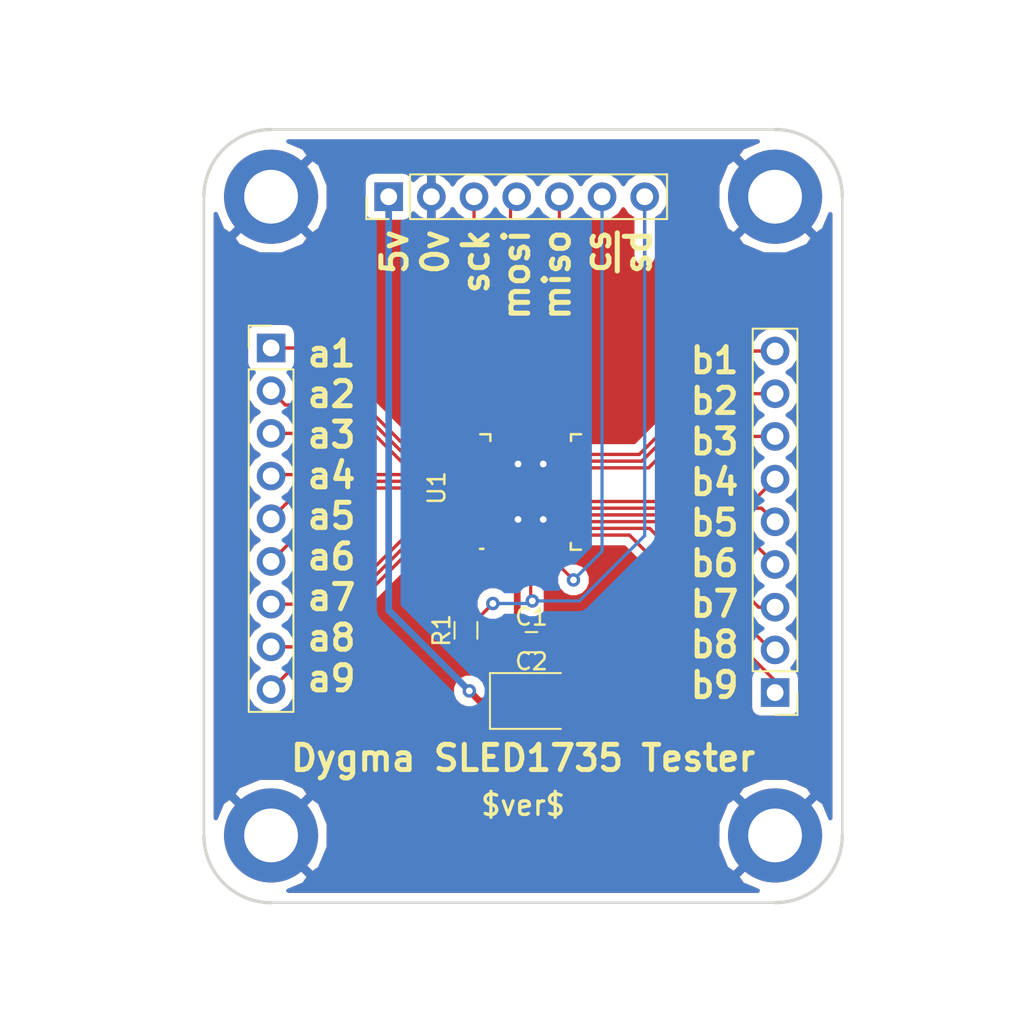
<source format=kicad_pcb>
(kicad_pcb (version 20170922) (host pcbnew "(2017-11-06 revision 3045509)-HEAD")

  (general
    (thickness 1.6)
    (drawings 21)
    (tracks 118)
    (zones 0)
    (modules 11)
    (nets 42)
  )

  (page A4)
  (layers
    (0 F.Cu signal)
    (31 B.Cu signal)
    (32 B.Adhes user)
    (33 F.Adhes user)
    (34 B.Paste user)
    (35 F.Paste user)
    (36 B.SilkS user)
    (37 F.SilkS user)
    (38 B.Mask user)
    (39 F.Mask user)
    (40 Dwgs.User user)
    (41 Cmts.User user)
    (42 Eco1.User user)
    (43 Eco2.User user)
    (44 Edge.Cuts user)
    (45 Margin user)
    (46 B.CrtYd user)
    (47 F.CrtYd user)
    (48 B.Fab user hide)
    (49 F.Fab user hide)
  )

  (setup
    (last_trace_width 0.2)
    (trace_clearance 0.19)
    (zone_clearance 0.508)
    (zone_45_only no)
    (trace_min 0.2)
    (segment_width 0.2)
    (edge_width 0.15)
    (via_size 0.8)
    (via_drill 0.4)
    (via_min_size 0.4)
    (via_min_drill 0.3)
    (uvia_size 0.3)
    (uvia_drill 0.1)
    (uvias_allowed no)
    (uvia_min_size 0.2)
    (uvia_min_drill 0.1)
    (pcb_text_width 0.3)
    (pcb_text_size 1.5 1.5)
    (mod_edge_width 0.15)
    (mod_text_size 1 1)
    (mod_text_width 0.15)
    (pad_size 1.524 1.524)
    (pad_drill 0.762)
    (pad_to_mask_clearance 0.2)
    (aux_axis_origin 0 0)
    (visible_elements FFFFFF7F)
    (pcbplotparams
      (layerselection 0x010fc_ffffffff)
      (usegerberextensions false)
      (usegerberattributes true)
      (usegerberadvancedattributes true)
      (creategerberjobfile true)
      (excludeedgelayer true)
      (linewidth 0.100000)
      (plotframeref false)
      (viasonmask false)
      (mode 1)
      (useauxorigin false)
      (hpglpennumber 1)
      (hpglpenspeed 20)
      (hpglpendiameter 15)
      (psnegative false)
      (psa4output false)
      (plotreference true)
      (plotvalue true)
      (plotinvisibletext false)
      (padsonsilk false)
      (subtractmaskfromsilk false)
      (outputformat 1)
      (mirror false)
      (drillshape 1)
      (scaleselection 1)
      (outputdirectory ""))
  )

  (net 0 "")
  (net 1 Earth)
  (net 2 +5V)
  (net 3 /CA1)
  (net 4 /CA2)
  (net 5 /CA3)
  (net 6 /CA4)
  (net 7 /CA5)
  (net 8 /CA6)
  (net 9 /CA7)
  (net 10 /CA8)
  (net 11 /CA9)
  (net 12 /CB9)
  (net 13 /CB8)
  (net 14 /CB7)
  (net 15 /CB6)
  (net 16 /CB5)
  (net 17 /CB4)
  (net 18 /CB3)
  (net 19 /CB2)
  (net 20 /CB1)
  (net 21 MOSI)
  (net 22 SCK)
  (net 23 SLED_CS)
  (net 24 MISO)
  (net 25 SHUTDOWN)
  (net 26 "Net-(U1-Pad6)")
  (net 27 "Net-(U1-Pad1)")
  (net 28 "Net-(U1-Pad43)")
  (net 29 "Net-(U1-Pad42)")
  (net 30 "Net-(U1-Pad41)")
  (net 31 "Net-(U1-Pad33)")
  (net 32 "Net-(U1-Pad29)")
  (net 33 "Net-(U1-Pad28)")
  (net 34 "Net-(U1-Pad27)")
  (net 35 "Net-(U1-Pad26)")
  (net 36 "Net-(U1-Pad25)")
  (net 37 "Net-(U1-Pad24)")
  (net 38 "Net-(U1-Pad23)")
  (net 39 "Net-(U1-Pad19)")
  (net 40 "Net-(U1-Pad18)")
  (net 41 "Net-(U1-Pad16)")

  (net_class Default "This is the default net class."
    (clearance 0.19)
    (trace_width 0.2)
    (via_dia 0.8)
    (via_drill 0.4)
    (uvia_dia 0.3)
    (uvia_drill 0.1)
    (add_net /CA1)
    (add_net /CA2)
    (add_net /CA3)
    (add_net /CA4)
    (add_net /CA5)
    (add_net /CA6)
    (add_net /CA7)
    (add_net /CA8)
    (add_net /CA9)
    (add_net /CB1)
    (add_net /CB2)
    (add_net /CB3)
    (add_net /CB4)
    (add_net /CB5)
    (add_net /CB6)
    (add_net /CB7)
    (add_net /CB8)
    (add_net /CB9)
    (add_net MISO)
    (add_net MOSI)
    (add_net "Net-(U1-Pad1)")
    (add_net "Net-(U1-Pad16)")
    (add_net "Net-(U1-Pad18)")
    (add_net "Net-(U1-Pad19)")
    (add_net "Net-(U1-Pad23)")
    (add_net "Net-(U1-Pad24)")
    (add_net "Net-(U1-Pad25)")
    (add_net "Net-(U1-Pad26)")
    (add_net "Net-(U1-Pad27)")
    (add_net "Net-(U1-Pad28)")
    (add_net "Net-(U1-Pad29)")
    (add_net "Net-(U1-Pad33)")
    (add_net "Net-(U1-Pad41)")
    (add_net "Net-(U1-Pad42)")
    (add_net "Net-(U1-Pad43)")
    (add_net "Net-(U1-Pad6)")
    (add_net SCK)
    (add_net SHUTDOWN)
    (add_net SLED_CS)
  )

  (net_class power ""
    (clearance 0.25)
    (trace_width 0.4)
    (via_dia 0.8)
    (via_drill 0.4)
    (uvia_dia 0.3)
    (uvia_drill 0.1)
    (add_net +5V)
    (add_net Earth)
  )

  (module aaaa-raise-fp:C_0603 (layer F.Cu) (tedit 5B07F0E9) (tstamp 5C12AC54)
    (at 188.5 117.5)
    (descr "Capacitor SMD 0603, reflow soldering, AVX (see smccp.pdf)")
    (tags "capacitor 0603")
    (path /5BF6C41E)
    (attr smd)
    (fp_text reference C1 (at 0 -1.5) (layer F.SilkS)
      (effects (font (size 1 1) (thickness 0.15)))
    )
    (fp_text value "1uF, ceramic, 6v, 10%, x5r" (at 0 1.5) (layer F.Fab)
      (effects (font (size 1 1) (thickness 0.15)))
    )
    (fp_line (start 1.4 0.65) (end -1.4 0.65) (layer F.CrtYd) (width 0.05))
    (fp_line (start 1.4 0.65) (end 1.4 -0.65) (layer F.CrtYd) (width 0.05))
    (fp_line (start -1.4 -0.65) (end -1.4 0.65) (layer F.CrtYd) (width 0.05))
    (fp_line (start -1.4 -0.65) (end 1.4 -0.65) (layer F.CrtYd) (width 0.05))
    (fp_line (start 0.35 0.6) (end -0.35 0.6) (layer F.SilkS) (width 0.12))
    (fp_line (start -0.35 -0.6) (end 0.35 -0.6) (layer F.SilkS) (width 0.12))
    (fp_line (start -0.8 -0.4) (end 0.8 -0.4) (layer F.Fab) (width 0.1))
    (fp_line (start 0.8 -0.4) (end 0.8 0.4) (layer F.Fab) (width 0.1))
    (fp_line (start 0.8 0.4) (end -0.8 0.4) (layer F.Fab) (width 0.1))
    (fp_line (start -0.8 0.4) (end -0.8 -0.4) (layer F.Fab) (width 0.1))
    (fp_text user %R (at 0 0) (layer F.Fab)
      (effects (font (size 0.3 0.3) (thickness 0.075)))
    )
    (pad 2 smd rect (at 0.75 0) (size 0.8 0.75) (layers F.Cu F.Paste F.Mask)
      (net 1 Earth))
    (pad 1 smd rect (at -0.75 0) (size 0.8 0.75) (layers F.Cu F.Paste F.Mask)
      (net 2 +5V))
    (model ${KIPRJMOD}/raise_fp.pretty/models/C_0603_1608Metric.wrl
      (at (xyz 0 0 0))
      (scale (xyz 1 1 1))
      (rotate (xyz 0 0 0))
    )
  )

  (module aaaa-raise-fp:CP_EIA-3528-21_Kemet-B (layer F.Cu) (tedit 5B97BAB0) (tstamp 5C12AC67)
    (at 188.5 121)
    (descr "Tantalum Capacitor SMD Kemet-B (3528-21 Metric), IPC_7351 nominal, (Body size from: http://www.kemet.com/Lists/ProductCatalog/Attachments/253/KEM_TC101_STD.pdf), generated with kicad-footprint-generator")
    (tags "capacitor tantalum")
    (path /5BF6C452)
    (attr smd)
    (fp_text reference C2 (at 0 -2.35) (layer F.SilkS)
      (effects (font (size 1 1) (thickness 0.15)))
    )
    (fp_text value "47uF, tantalum, 10v, 10%, ESR 1.6R" (at 0 2.35) (layer F.Fab)
      (effects (font (size 1 1) (thickness 0.15)))
    )
    (fp_line (start 1.75 -1.4) (end -1.05 -1.4) (layer F.Fab) (width 0.1))
    (fp_line (start -1.05 -1.4) (end -1.75 -0.7) (layer F.Fab) (width 0.1))
    (fp_line (start -1.75 -0.7) (end -1.75 1.4) (layer F.Fab) (width 0.1))
    (fp_line (start -1.75 1.4) (end 1.75 1.4) (layer F.Fab) (width 0.1))
    (fp_line (start 1.75 1.4) (end 1.75 -1.4) (layer F.Fab) (width 0.1))
    (fp_line (start 1.75 -1.66) (end -2.47 -1.66) (layer F.SilkS) (width 0.12))
    (fp_line (start -2.47 -1.66) (end -2.47 1.66) (layer F.SilkS) (width 0.12))
    (fp_line (start -2.47 1.66) (end 1.75 1.66) (layer F.SilkS) (width 0.12))
    (fp_line (start -2.46 1.65) (end -2.46 -1.65) (layer F.CrtYd) (width 0.05))
    (fp_line (start -2.46 -1.65) (end 2.46 -1.65) (layer F.CrtYd) (width 0.05))
    (fp_line (start 2.46 -1.65) (end 2.46 1.65) (layer F.CrtYd) (width 0.05))
    (fp_line (start 2.46 1.65) (end -2.46 1.65) (layer F.CrtYd) (width 0.05))
    (fp_text user %R (at 0 0) (layer F.Fab)
      (effects (font (size 0.88 0.88) (thickness 0.13)))
    )
    (pad 1 smd rect (at -1.48 0) (size 1.46 2.4) (layers F.Cu F.Paste F.Mask)
      (net 2 +5V))
    (pad 2 smd rect (at 1.48 0) (size 1.46 2.4) (layers F.Cu F.Paste F.Mask)
      (net 1 Earth))
    (model ${KIPRJMOD}/raise_fp.pretty/models/CP_EIA-3528-21_Kemet-B.wrl
      (at (xyz 0 0 0))
      (scale (xyz 1 1 1))
      (rotate (xyz 0 0 0))
    )
  )

  (module Pin_Headers:Pin_Header_Straight_1x09_Pitch2.54mm (layer F.Cu) (tedit 5BF6C068) (tstamp 5C12AC84)
    (at 173 100)
    (descr "Through hole straight pin header, 1x09, 2.54mm pitch, single row")
    (tags "Through hole pin header THT 1x09 2.54mm single row")
    (path /5BF6C553)
    (fp_text reference J1 (at 0 -2.33) (layer F.SilkS) hide
      (effects (font (size 1 1) (thickness 0.15)))
    )
    (fp_text value Conn_01x09 (at 0 22.65) (layer F.Fab)
      (effects (font (size 1 1) (thickness 0.15)))
    )
    (fp_line (start -0.635 -1.27) (end 1.27 -1.27) (layer F.Fab) (width 0.1))
    (fp_line (start 1.27 -1.27) (end 1.27 21.59) (layer F.Fab) (width 0.1))
    (fp_line (start 1.27 21.59) (end -1.27 21.59) (layer F.Fab) (width 0.1))
    (fp_line (start -1.27 21.59) (end -1.27 -0.635) (layer F.Fab) (width 0.1))
    (fp_line (start -1.27 -0.635) (end -0.635 -1.27) (layer F.Fab) (width 0.1))
    (fp_line (start -1.33 21.65) (end 1.33 21.65) (layer F.SilkS) (width 0.12))
    (fp_line (start -1.33 1.27) (end -1.33 21.65) (layer F.SilkS) (width 0.12))
    (fp_line (start 1.33 1.27) (end 1.33 21.65) (layer F.SilkS) (width 0.12))
    (fp_line (start -1.33 1.27) (end 1.33 1.27) (layer F.SilkS) (width 0.12))
    (fp_line (start -1.33 0) (end -1.33 -1.33) (layer F.SilkS) (width 0.12))
    (fp_line (start -1.33 -1.33) (end 0 -1.33) (layer F.SilkS) (width 0.12))
    (fp_line (start -1.8 -1.8) (end -1.8 22.1) (layer F.CrtYd) (width 0.05))
    (fp_line (start -1.8 22.1) (end 1.8 22.1) (layer F.CrtYd) (width 0.05))
    (fp_line (start 1.8 22.1) (end 1.8 -1.8) (layer F.CrtYd) (width 0.05))
    (fp_line (start 1.8 -1.8) (end -1.8 -1.8) (layer F.CrtYd) (width 0.05))
    (fp_text user %R (at 0 10.16 90) (layer F.Fab)
      (effects (font (size 1 1) (thickness 0.15)))
    )
    (pad 1 thru_hole rect (at 0 0) (size 1.7 1.7) (drill 1) (layers *.Cu *.Mask)
      (net 3 /CA1))
    (pad 2 thru_hole oval (at 0 2.54) (size 1.7 1.7) (drill 1) (layers *.Cu *.Mask)
      (net 4 /CA2))
    (pad 3 thru_hole oval (at 0 5.08) (size 1.7 1.7) (drill 1) (layers *.Cu *.Mask)
      (net 5 /CA3))
    (pad 4 thru_hole oval (at 0 7.62) (size 1.7 1.7) (drill 1) (layers *.Cu *.Mask)
      (net 6 /CA4))
    (pad 5 thru_hole oval (at 0 10.16) (size 1.7 1.7) (drill 1) (layers *.Cu *.Mask)
      (net 7 /CA5))
    (pad 6 thru_hole oval (at 0 12.7) (size 1.7 1.7) (drill 1) (layers *.Cu *.Mask)
      (net 8 /CA6))
    (pad 7 thru_hole oval (at 0 15.24) (size 1.7 1.7) (drill 1) (layers *.Cu *.Mask)
      (net 9 /CA7))
    (pad 8 thru_hole oval (at 0 17.78) (size 1.7 1.7) (drill 1) (layers *.Cu *.Mask)
      (net 10 /CA8))
    (pad 9 thru_hole oval (at 0 20.32) (size 1.7 1.7) (drill 1) (layers *.Cu *.Mask)
      (net 11 /CA9))
    (model ${KISYS3DMOD}/Pin_Headers.3dshapes/Pin_Header_Straight_1x09_Pitch2.54mm.wrl
      (at (xyz 0 0 0))
      (scale (xyz 1 1 1))
      (rotate (xyz 0 0 0))
    )
  )

  (module Pin_Headers:Pin_Header_Straight_1x09_Pitch2.54mm (layer F.Cu) (tedit 5BF6C064) (tstamp 5C12ACA1)
    (at 203 120.5 180)
    (descr "Through hole straight pin header, 1x09, 2.54mm pitch, single row")
    (tags "Through hole pin header THT 1x09 2.54mm single row")
    (path /5BF6C5C3)
    (fp_text reference J2 (at 0 -2.33 180) (layer F.SilkS) hide
      (effects (font (size 1 1) (thickness 0.15)))
    )
    (fp_text value Conn_01x09 (at 0 22.65 180) (layer F.Fab)
      (effects (font (size 1 1) (thickness 0.15)))
    )
    (fp_text user %R (at 0 10.16 270) (layer F.Fab)
      (effects (font (size 1 1) (thickness 0.15)))
    )
    (fp_line (start 1.8 -1.8) (end -1.8 -1.8) (layer F.CrtYd) (width 0.05))
    (fp_line (start 1.8 22.1) (end 1.8 -1.8) (layer F.CrtYd) (width 0.05))
    (fp_line (start -1.8 22.1) (end 1.8 22.1) (layer F.CrtYd) (width 0.05))
    (fp_line (start -1.8 -1.8) (end -1.8 22.1) (layer F.CrtYd) (width 0.05))
    (fp_line (start -1.33 -1.33) (end 0 -1.33) (layer F.SilkS) (width 0.12))
    (fp_line (start -1.33 0) (end -1.33 -1.33) (layer F.SilkS) (width 0.12))
    (fp_line (start -1.33 1.27) (end 1.33 1.27) (layer F.SilkS) (width 0.12))
    (fp_line (start 1.33 1.27) (end 1.33 21.65) (layer F.SilkS) (width 0.12))
    (fp_line (start -1.33 1.27) (end -1.33 21.65) (layer F.SilkS) (width 0.12))
    (fp_line (start -1.33 21.65) (end 1.33 21.65) (layer F.SilkS) (width 0.12))
    (fp_line (start -1.27 -0.635) (end -0.635 -1.27) (layer F.Fab) (width 0.1))
    (fp_line (start -1.27 21.59) (end -1.27 -0.635) (layer F.Fab) (width 0.1))
    (fp_line (start 1.27 21.59) (end -1.27 21.59) (layer F.Fab) (width 0.1))
    (fp_line (start 1.27 -1.27) (end 1.27 21.59) (layer F.Fab) (width 0.1))
    (fp_line (start -0.635 -1.27) (end 1.27 -1.27) (layer F.Fab) (width 0.1))
    (pad 9 thru_hole oval (at 0 20.32 180) (size 1.7 1.7) (drill 1) (layers *.Cu *.Mask)
      (net 12 /CB9))
    (pad 8 thru_hole oval (at 0 17.78 180) (size 1.7 1.7) (drill 1) (layers *.Cu *.Mask)
      (net 13 /CB8))
    (pad 7 thru_hole oval (at 0 15.24 180) (size 1.7 1.7) (drill 1) (layers *.Cu *.Mask)
      (net 14 /CB7))
    (pad 6 thru_hole oval (at 0 12.7 180) (size 1.7 1.7) (drill 1) (layers *.Cu *.Mask)
      (net 15 /CB6))
    (pad 5 thru_hole oval (at 0 10.16 180) (size 1.7 1.7) (drill 1) (layers *.Cu *.Mask)
      (net 16 /CB5))
    (pad 4 thru_hole oval (at 0 7.62 180) (size 1.7 1.7) (drill 1) (layers *.Cu *.Mask)
      (net 17 /CB4))
    (pad 3 thru_hole oval (at 0 5.08 180) (size 1.7 1.7) (drill 1) (layers *.Cu *.Mask)
      (net 18 /CB3))
    (pad 2 thru_hole oval (at 0 2.54 180) (size 1.7 1.7) (drill 1) (layers *.Cu *.Mask)
      (net 19 /CB2))
    (pad 1 thru_hole rect (at 0 0 180) (size 1.7 1.7) (drill 1) (layers *.Cu *.Mask)
      (net 20 /CB1))
    (model ${KISYS3DMOD}/Pin_Headers.3dshapes/Pin_Header_Straight_1x09_Pitch2.54mm.wrl
      (at (xyz 0 0 0))
      (scale (xyz 1 1 1))
      (rotate (xyz 0 0 0))
    )
  )

  (module Pin_Headers:Pin_Header_Straight_1x07_Pitch2.54mm (layer F.Cu) (tedit 5BF6C06C) (tstamp 5C12ACBC)
    (at 180 91 90)
    (descr "Through hole straight pin header, 1x07, 2.54mm pitch, single row")
    (tags "Through hole pin header THT 1x07 2.54mm single row")
    (path /5BF6C6B7)
    (fp_text reference J3 (at 0 -2.33 90) (layer F.SilkS) hide
      (effects (font (size 1 1) (thickness 0.15)))
    )
    (fp_text value Conn_01x07 (at 0 17.57 90) (layer F.Fab)
      (effects (font (size 1 1) (thickness 0.15)))
    )
    (fp_line (start -0.635 -1.27) (end 1.27 -1.27) (layer F.Fab) (width 0.1))
    (fp_line (start 1.27 -1.27) (end 1.27 16.51) (layer F.Fab) (width 0.1))
    (fp_line (start 1.27 16.51) (end -1.27 16.51) (layer F.Fab) (width 0.1))
    (fp_line (start -1.27 16.51) (end -1.27 -0.635) (layer F.Fab) (width 0.1))
    (fp_line (start -1.27 -0.635) (end -0.635 -1.27) (layer F.Fab) (width 0.1))
    (fp_line (start -1.33 16.57) (end 1.33 16.57) (layer F.SilkS) (width 0.12))
    (fp_line (start -1.33 1.27) (end -1.33 16.57) (layer F.SilkS) (width 0.12))
    (fp_line (start 1.33 1.27) (end 1.33 16.57) (layer F.SilkS) (width 0.12))
    (fp_line (start -1.33 1.27) (end 1.33 1.27) (layer F.SilkS) (width 0.12))
    (fp_line (start -1.33 0) (end -1.33 -1.33) (layer F.SilkS) (width 0.12))
    (fp_line (start -1.33 -1.33) (end 0 -1.33) (layer F.SilkS) (width 0.12))
    (fp_line (start -1.8 -1.8) (end -1.8 17.05) (layer F.CrtYd) (width 0.05))
    (fp_line (start -1.8 17.05) (end 1.8 17.05) (layer F.CrtYd) (width 0.05))
    (fp_line (start 1.8 17.05) (end 1.8 -1.8) (layer F.CrtYd) (width 0.05))
    (fp_line (start 1.8 -1.8) (end -1.8 -1.8) (layer F.CrtYd) (width 0.05))
    (fp_text user %R (at 0 7.62 180) (layer F.Fab)
      (effects (font (size 1 1) (thickness 0.15)))
    )
    (pad 1 thru_hole rect (at 0 0 90) (size 1.7 1.7) (drill 1) (layers *.Cu *.Mask)
      (net 2 +5V))
    (pad 2 thru_hole oval (at 0 2.54 90) (size 1.7 1.7) (drill 1) (layers *.Cu *.Mask)
      (net 1 Earth))
    (pad 3 thru_hole oval (at 0 5.08 90) (size 1.7 1.7) (drill 1) (layers *.Cu *.Mask)
      (net 22 SCK))
    (pad 4 thru_hole oval (at 0 7.62 90) (size 1.7 1.7) (drill 1) (layers *.Cu *.Mask)
      (net 21 MOSI))
    (pad 5 thru_hole oval (at 0 10.16 90) (size 1.7 1.7) (drill 1) (layers *.Cu *.Mask)
      (net 24 MISO))
    (pad 6 thru_hole oval (at 0 12.7 90) (size 1.7 1.7) (drill 1) (layers *.Cu *.Mask)
      (net 23 SLED_CS))
    (pad 7 thru_hole oval (at 0 15.24 90) (size 1.7 1.7) (drill 1) (layers *.Cu *.Mask)
      (net 25 SHUTDOWN))
    (model ${KISYS3DMOD}/Pin_Headers.3dshapes/Pin_Header_Straight_1x07_Pitch2.54mm.wrl
      (at (xyz 0 0 0))
      (scale (xyz 1 1 1))
      (rotate (xyz 0 0 0))
    )
  )

  (module aaaa-raise-fp:QFN-46_EP_4.5x6.5_Pitch0.4mm (layer F.Cu) (tedit 5AE9AF48) (tstamp 5C12ACFF)
    (at 188.456892 108.528704 90)
    (path /5BF6C3FA)
    (attr smd)
    (fp_text reference U1 (at 0.2 -5.6 90) (layer F.SilkS)
      (effects (font (size 1 1) (thickness 0.15)))
    )
    (fp_text value sled1735 (at 0 4.8 90) (layer F.Fab)
      (effects (font (size 1 1) (thickness 0.15)))
    )
    (fp_line (start 4.047792 3.046684) (end -4.052208 3.046684) (layer F.CrtYd) (width 0.05))
    (fp_line (start 4.047792 -3.053316) (end 4.047792 3.046684) (layer F.CrtYd) (width 0.05))
    (fp_line (start -4.052208 -3.203316) (end 4.047792 -3.203316) (layer F.CrtYd) (width 0.05))
    (fp_line (start -4.052208 3.046684) (end -4.052208 -3.053316) (layer F.CrtYd) (width 0.05))
    (fp_line (start -3.42 -2.82) (end -3.42 -3.02) (layer F.SilkS) (width 0.15))
    (fp_line (start 3.397792 2.396684) (end 2.997792 2.396684) (layer F.SilkS) (width 0.15))
    (fp_line (start 3.397792 2.996684) (end 3.397792 2.396684) (layer F.SilkS) (width 0.15))
    (fp_line (start 3.397792 -2.403316) (end 2.997792 -2.403316) (layer F.SilkS) (width 0.15))
    (fp_line (start 3.397792 -3.003316) (end 3.397792 -2.403316) (layer F.SilkS) (width 0.15))
    (fp_line (start -3.47116 2.383012) (end -3.07116 2.383012) (layer F.SilkS) (width 0.15))
    (fp_line (start -3.47116 2.983012) (end -3.47116 2.383012) (layer F.SilkS) (width 0.15))
    (fp_line (start -3.247516 2.205858) (end -3.247516 -1.294142) (layer F.Fab) (width 0.15))
    (fp_line (start 3.252484 2.205858) (end -3.247516 2.205858) (layer F.Fab) (width 0.15))
    (fp_line (start 3.252484 -2.294142) (end 3.252484 2.205858) (layer F.Fab) (width 0.15))
    (fp_line (start -2.247516 -2.294142) (end 3.252484 -2.294142) (layer F.Fab) (width 0.15))
    (fp_line (start -3.247516 -1.294142) (end -2.247516 -2.294142) (layer F.Fab) (width 0.15))
    (pad 47 smd rect (at -0.002208 -0.003316 180) (size 3 5) (layers F.Cu F.Paste F.Mask)
      (net 1 Earth) (solder_paste_margin -0.1))
    (pad 9 smd oval (at -3.402208 1.596684 180) (size 0.2 1.1) (layers F.Cu F.Paste F.Mask)
      (net 23 SLED_CS))
    (pad 8 smd oval (at -3.402208 1.196684 180) (size 0.2 1.1) (layers F.Cu F.Paste F.Mask)
      (net 1 Earth))
    (pad 7 smd oval (at -3.402208 0.796684 180) (size 0.2 1.1) (layers F.Cu F.Paste F.Mask)
      (net 1 Earth))
    (pad 6 smd oval (at -3.402208 0.396684 180) (size 0.2 1.1) (layers F.Cu F.Paste F.Mask)
      (net 26 "Net-(U1-Pad6)"))
    (pad 5 smd oval (at -3.402208 -0.003316 180) (size 0.2 1.1) (layers F.Cu F.Paste F.Mask)
      (net 25 SHUTDOWN))
    (pad 4 smd oval (at -3.402208 -0.403316 180) (size 0.2 1.1) (layers F.Cu F.Paste F.Mask)
      (net 2 +5V))
    (pad 3 smd oval (at -3.402208 -0.803316 180) (size 0.2 1.1) (layers F.Cu F.Paste F.Mask)
      (net 2 +5V))
    (pad 2 smd oval (at -3.402208 -1.203316 180) (size 0.2 1.1) (layers F.Cu F.Paste F.Mask)
      (net 2 +5V))
    (pad 1 smd oval (at -3.402208 -1.603316 180) (size 0.2 1.1) (layers F.Cu F.Paste F.Mask)
      (net 27 "Net-(U1-Pad1)"))
    (pad 46 smd oval (at -2.602208 -2.403316 270) (size 0.2 1.1) (layers F.Cu F.Paste F.Mask)
      (net 11 /CA9))
    (pad 45 smd oval (at -2.202208 -2.403316 270) (size 0.2 1.1) (layers F.Cu F.Paste F.Mask)
      (net 10 /CA8))
    (pad 44 smd oval (at -1.802208 -2.403316 270) (size 0.2 1.1) (layers F.Cu F.Paste F.Mask)
      (net 9 /CA7))
    (pad 43 smd oval (at -1.402208 -2.403316 270) (size 0.2 1.1) (layers F.Cu F.Paste F.Mask)
      (net 28 "Net-(U1-Pad43)"))
    (pad 42 smd oval (at -1.002208 -2.403316 270) (size 0.2 1.1) (layers F.Cu F.Paste F.Mask)
      (net 29 "Net-(U1-Pad42)"))
    (pad 41 smd oval (at -0.602208 -2.403316 270) (size 0.2 1.1) (layers F.Cu F.Paste F.Mask)
      (net 30 "Net-(U1-Pad41)"))
    (pad 40 smd oval (at -0.202208 -2.403316 270) (size 0.2 1.1) (layers F.Cu F.Paste F.Mask)
      (net 1 Earth))
    (pad 39 smd oval (at 0.197792 -2.403316 270) (size 0.2 1.1) (layers F.Cu F.Paste F.Mask)
      (net 8 /CA6))
    (pad 38 smd oval (at 0.597792 -2.403316 270) (size 0.2 1.1) (layers F.Cu F.Paste F.Mask)
      (net 7 /CA5))
    (pad 37 smd oval (at 0.997792 -2.403316 270) (size 0.2 1.1) (layers F.Cu F.Paste F.Mask)
      (net 6 /CA4))
    (pad 36 smd oval (at 1.397792 -2.403316 270) (size 0.2 1.1) (layers F.Cu F.Paste F.Mask)
      (net 5 /CA3))
    (pad 35 smd oval (at 1.797792 -2.403316 270) (size 0.2 1.1) (layers F.Cu F.Paste F.Mask)
      (net 4 /CA2))
    (pad 34 smd oval (at 2.197792 -2.403316 270) (size 0.2 1.1) (layers F.Cu F.Paste F.Mask)
      (net 3 /CA1))
    (pad 33 smd oval (at 2.597792 -2.403316 270) (size 0.2 1.1) (layers F.Cu F.Paste F.Mask)
      (net 31 "Net-(U1-Pad33)"))
    (pad 32 smd oval (at 3.397792 -1.603316 180) (size 0.2 1.1) (layers F.Cu F.Paste F.Mask)
      (net 22 SCK))
    (pad 31 smd oval (at 3.397792 -1.203316 180) (size 0.2 1.1) (layers F.Cu F.Paste F.Mask)
      (net 21 MOSI))
    (pad 30 smd oval (at 3.397792 -0.803316 180) (size 0.2 1.1) (layers F.Cu F.Paste F.Mask)
      (net 24 MISO))
    (pad 29 smd oval (at 3.397792 -0.403316 180) (size 0.2 1.1) (layers F.Cu F.Paste F.Mask)
      (net 32 "Net-(U1-Pad29)"))
    (pad 28 smd oval (at 3.397792 -0.003316 180) (size 0.2 1.1) (layers F.Cu F.Paste F.Mask)
      (net 33 "Net-(U1-Pad28)"))
    (pad 27 smd oval (at 3.397792 0.396684 180) (size 0.2 1.1) (layers F.Cu F.Paste F.Mask)
      (net 34 "Net-(U1-Pad27)"))
    (pad 26 smd oval (at 3.397792 0.796684 180) (size 0.2 1.1) (layers F.Cu F.Paste F.Mask)
      (net 35 "Net-(U1-Pad26)"))
    (pad 25 smd oval (at 3.397792 1.196684 180) (size 0.2 1.1) (layers F.Cu F.Paste F.Mask)
      (net 36 "Net-(U1-Pad25)"))
    (pad 24 smd oval (at 3.397792 1.596684 180) (size 0.2 1.1) (layers F.Cu F.Paste F.Mask)
      (net 37 "Net-(U1-Pad24)"))
    (pad 23 smd oval (at 2.597792 2.396684 270) (size 0.2 1.1) (layers F.Cu F.Paste F.Mask)
      (net 38 "Net-(U1-Pad23)"))
    (pad 22 smd oval (at 2.197792 2.396684 270) (size 0.2 1.1) (layers F.Cu F.Paste F.Mask)
      (net 12 /CB9))
    (pad 21 smd oval (at 1.797792 2.396684 270) (size 0.2 1.1) (layers F.Cu F.Paste F.Mask)
      (net 13 /CB8))
    (pad 20 smd oval (at 1.397792 2.396684 270) (size 0.2 1.1) (layers F.Cu F.Paste F.Mask)
      (net 14 /CB7))
    (pad 19 smd oval (at 0.997792 2.396684 270) (size 0.2 1.1) (layers F.Cu F.Paste F.Mask)
      (net 39 "Net-(U1-Pad19)"))
    (pad 18 smd oval (at 0.597792 2.396684 270) (size 0.2 1.1) (layers F.Cu F.Paste F.Mask)
      (net 40 "Net-(U1-Pad18)"))
    (pad 17 smd oval (at 0.197792 2.396684 270) (size 0.2 1.1) (layers F.Cu F.Paste F.Mask)
      (net 1 Earth))
    (pad 16 smd oval (at -0.202208 2.396684 270) (size 0.2 1.1) (layers F.Cu F.Paste F.Mask)
      (net 41 "Net-(U1-Pad16)"))
    (pad 15 smd oval (at -0.602208 2.396684 270) (size 0.2 1.1) (layers F.Cu F.Paste F.Mask)
      (net 15 /CB6))
    (pad 14 smd oval (at -1.002208 2.396684 270) (size 0.2 1.1) (layers F.Cu F.Paste F.Mask)
      (net 16 /CB5))
    (pad 13 smd oval (at -1.402208 2.396684 270) (size 0.2 1.1) (layers F.Cu F.Paste F.Mask)
      (net 17 /CB4))
    (pad 12 smd oval (at -1.802208 2.396684 270) (size 0.2 1.1) (layers F.Cu F.Paste F.Mask)
      (net 18 /CB3))
    (pad 11 smd oval (at -2.202208 2.396684 270) (size 0.2 1.1) (layers F.Cu F.Paste F.Mask)
      (net 19 /CB2))
    (pad 10 smd oval (at -2.602208 2.396684 270) (size 0.2 1.1) (layers F.Cu F.Paste F.Mask)
      (net 20 /CB1))
    (model ${KIPRJMOD}/raise_fp.pretty/models/sled1735.STEP
      (at (xyz 0 0 0.02362204724409449))
      (scale (xyz 1 1 1))
      (rotate (xyz 90 0 0))
    )
  )

  (module aaaa-raise-fp:R_0603 (layer F.Cu) (tedit 5B07F240) (tstamp 5C2E2BE1)
    (at 184.6 116.8 90)
    (descr "Resistor SMD 0603, reflow soldering, Vishay (see dcrcw.pdf)")
    (tags "resistor 0603")
    (path /5BF6CDDC)
    (attr smd)
    (fp_text reference R1 (at 0 -1.45 90) (layer F.SilkS)
      (effects (font (size 1 1) (thickness 0.15)))
    )
    (fp_text value R (at 0 1.5 90) (layer F.Fab)
      (effects (font (size 1 1) (thickness 0.15)))
    )
    (fp_line (start 1.25 0.7) (end -1.25 0.7) (layer F.CrtYd) (width 0.05))
    (fp_line (start 1.25 0.7) (end 1.25 -0.7) (layer F.CrtYd) (width 0.05))
    (fp_line (start -1.25 -0.7) (end -1.25 0.7) (layer F.CrtYd) (width 0.05))
    (fp_line (start -1.25 -0.7) (end 1.25 -0.7) (layer F.CrtYd) (width 0.05))
    (fp_line (start -0.5 -0.68) (end 0.5 -0.68) (layer F.SilkS) (width 0.12))
    (fp_line (start 0.5 0.68) (end -0.5 0.68) (layer F.SilkS) (width 0.12))
    (fp_line (start -0.8 -0.4) (end 0.8 -0.4) (layer F.Fab) (width 0.1))
    (fp_line (start 0.8 -0.4) (end 0.8 0.4) (layer F.Fab) (width 0.1))
    (fp_line (start 0.8 0.4) (end -0.8 0.4) (layer F.Fab) (width 0.1))
    (fp_line (start -0.8 0.4) (end -0.8 -0.4) (layer F.Fab) (width 0.1))
    (fp_text user %R (at 0 0 90) (layer F.Fab)
      (effects (font (size 0.4 0.4) (thickness 0.075)))
    )
    (pad 2 smd rect (at 0.75 0 90) (size 0.5 0.9) (layers F.Cu F.Paste F.Mask)
      (net 25 SHUTDOWN))
    (pad 1 smd rect (at -0.75 0 90) (size 0.5 0.9) (layers F.Cu F.Paste F.Mask)
      (net 2 +5V))
    (model ${KIPRJMOD}/raise_fp.pretty/models/R_0603_1608Metric.wrl
      (at (xyz 0 0 0))
      (scale (xyz 1 1 1))
      (rotate (xyz 0 0 0))
    )
  )

  (module Mounting_Holes:MountingHole_3.2mm_M3_DIN965_Pad (layer F.Cu) (tedit 5BF6C075) (tstamp 5C2E2AE3)
    (at 173 91)
    (descr "Mounting Hole 3.2mm, M3, DIN965")
    (tags "mounting hole 3.2mm m3 din965")
    (path /5BF6D0D6)
    (attr virtual)
    (fp_text reference MK1 (at 0 -3.8) (layer F.SilkS) hide
      (effects (font (size 1 1) (thickness 0.15)))
    )
    (fp_text value Mounting_Hole_PAD (at 0 3.8) (layer F.Fab)
      (effects (font (size 1 1) (thickness 0.15)))
    )
    (fp_text user %R (at 0.3 0) (layer F.Fab)
      (effects (font (size 1 1) (thickness 0.15)))
    )
    (fp_circle (center 0 0) (end 2.8 0) (layer Cmts.User) (width 0.15))
    (fp_circle (center 0 0) (end 3.05 0) (layer F.CrtYd) (width 0.05))
    (pad 1 thru_hole circle (at 0 0) (size 5.6 5.6) (drill 3.2) (layers *.Cu *.Mask)
      (net 1 Earth))
  )

  (module Mounting_Holes:MountingHole_3.2mm_M3_DIN965_Pad (layer F.Cu) (tedit 5BF6C071) (tstamp 5C2E2AEB)
    (at 203 91)
    (descr "Mounting Hole 3.2mm, M3, DIN965")
    (tags "mounting hole 3.2mm m3 din965")
    (path /5BF6D138)
    (attr virtual)
    (fp_text reference MK2 (at 0 -3.8) (layer F.SilkS) hide
      (effects (font (size 1 1) (thickness 0.15)))
    )
    (fp_text value Mounting_Hole_PAD (at 0 3.8) (layer F.Fab)
      (effects (font (size 1 1) (thickness 0.15)))
    )
    (fp_circle (center 0 0) (end 3.05 0) (layer F.CrtYd) (width 0.05))
    (fp_circle (center 0 0) (end 2.8 0) (layer Cmts.User) (width 0.15))
    (fp_text user %R (at 0.3 0) (layer F.Fab)
      (effects (font (size 1 1) (thickness 0.15)))
    )
    (pad 1 thru_hole circle (at 0 0) (size 5.6 5.6) (drill 3.2) (layers *.Cu *.Mask)
      (net 1 Earth))
  )

  (module Mounting_Holes:MountingHole_3.2mm_M3_DIN965_Pad (layer F.Cu) (tedit 5BF6C061) (tstamp 5C2E2AF3)
    (at 203 129)
    (descr "Mounting Hole 3.2mm, M3, DIN965")
    (tags "mounting hole 3.2mm m3 din965")
    (path /5BF6D15E)
    (attr virtual)
    (fp_text reference MK3 (at 0 -3.8) (layer F.SilkS) hide
      (effects (font (size 1 1) (thickness 0.15)))
    )
    (fp_text value Mounting_Hole_PAD (at 0 3.8) (layer F.Fab)
      (effects (font (size 1 1) (thickness 0.15)))
    )
    (fp_text user %R (at 0.3 0) (layer F.Fab)
      (effects (font (size 1 1) (thickness 0.15)))
    )
    (fp_circle (center 0 0) (end 2.8 0) (layer Cmts.User) (width 0.15))
    (fp_circle (center 0 0) (end 3.05 0) (layer F.CrtYd) (width 0.05))
    (pad 1 thru_hole circle (at 0 0) (size 5.6 5.6) (drill 3.2) (layers *.Cu *.Mask)
      (net 1 Earth))
  )

  (module Mounting_Holes:MountingHole_3.2mm_M3_DIN965_Pad (layer F.Cu) (tedit 5BF6C05E) (tstamp 5C2E2AFB)
    (at 173 129)
    (descr "Mounting Hole 3.2mm, M3, DIN965")
    (tags "mounting hole 3.2mm m3 din965")
    (path /5BF6D188)
    (attr virtual)
    (fp_text reference MK4 (at 0 -3.8) (layer F.SilkS) hide
      (effects (font (size 1 1) (thickness 0.15)))
    )
    (fp_text value Mounting_Hole_PAD (at 0 3.8) (layer F.Fab)
      (effects (font (size 1 1) (thickness 0.15)))
    )
    (fp_circle (center 0 0) (end 3.05 0) (layer F.CrtYd) (width 0.05))
    (fp_circle (center 0 0) (end 2.8 0) (layer Cmts.User) (width 0.15))
    (fp_text user %R (at 0.3 0) (layer F.Fab)
      (effects (font (size 1 1) (thickness 0.15)))
    )
    (pad 1 thru_hole circle (at 0 0) (size 5.6 5.6) (drill 3.2) (layers *.Cu *.Mask)
      (net 1 Earth))
  )

  (dimension 46 (width 0.3) (layer Dwgs.User)
    (gr_text "46.000 mm" (at 214.85 110 270) (layer Dwgs.User)
      (effects (font (size 1.5 1.5) (thickness 0.3)))
    )
    (feature1 (pts (xy 207 133) (xy 216.2 133)))
    (feature2 (pts (xy 207 87) (xy 216.2 87)))
    (crossbar (pts (xy 213.5 87) (xy 213.5 133)))
    (arrow1a (pts (xy 213.5 133) (xy 212.913579 131.873496)))
    (arrow1b (pts (xy 213.5 133) (xy 214.086421 131.873496)))
    (arrow2a (pts (xy 213.5 87) (xy 212.913579 88.126504)))
    (arrow2b (pts (xy 213.5 87) (xy 214.086421 88.126504)))
  )
  (dimension 38 (width 0.3) (layer Dwgs.User)
    (gr_text "38.000 mm" (at 188 81.15) (layer Dwgs.User)
      (effects (font (size 1.5 1.5) (thickness 0.3)))
    )
    (feature1 (pts (xy 207 87) (xy 207 79.8)))
    (feature2 (pts (xy 169 87) (xy 169 79.8)))
    (crossbar (pts (xy 169 82.5) (xy 207 82.5)))
    (arrow1a (pts (xy 207 82.5) (xy 205.873496 83.086421)))
    (arrow1b (pts (xy 207 82.5) (xy 205.873496 81.913579)))
    (arrow2a (pts (xy 169 82.5) (xy 170.126504 83.086421)))
    (arrow2b (pts (xy 169 82.5) (xy 170.126504 81.913579)))
  )
  (dimension 38 (width 0.3) (layer Dwgs.User)
    (gr_text "38.000 mm" (at 163.15 110 90) (layer Dwgs.User)
      (effects (font (size 1.5 1.5) (thickness 0.3)))
    )
    (feature1 (pts (xy 173 91) (xy 161.8 91)))
    (feature2 (pts (xy 173 129) (xy 161.8 129)))
    (crossbar (pts (xy 164.5 129) (xy 164.5 91)))
    (arrow1a (pts (xy 164.5 91) (xy 165.086421 92.126504)))
    (arrow1b (pts (xy 164.5 91) (xy 163.913579 92.126504)))
    (arrow2a (pts (xy 164.5 129) (xy 165.086421 127.873496)))
    (arrow2b (pts (xy 164.5 129) (xy 163.913579 127.873496)))
  )
  (dimension 30 (width 0.3) (layer Dwgs.User)
    (gr_text "30.000 mm" (at 188 140.85) (layer Dwgs.User)
      (effects (font (size 1.5 1.5) (thickness 0.3)))
    )
    (feature1 (pts (xy 173 120.5) (xy 173 142.2)))
    (feature2 (pts (xy 203 120.5) (xy 203 142.2)))
    (crossbar (pts (xy 203 139.5) (xy 173 139.5)))
    (arrow1a (pts (xy 173 139.5) (xy 174.126504 138.913579)))
    (arrow1b (pts (xy 173 139.5) (xy 174.126504 140.086421)))
    (arrow2a (pts (xy 203 139.5) (xy 201.873496 138.913579)))
    (arrow2b (pts (xy 203 139.5) (xy 201.873496 140.086421)))
  )
  (gr_text $ver$ (at 188 127.2) (layer F.SilkS)
    (effects (font (size 1.2 1.2) (thickness 0.2)))
  )
  (gr_text "Dygma SLED1735 Tester\n" (at 188 124.4) (layer F.SilkS)
    (effects (font (size 1.5 1.5) (thickness 0.3)))
  )
  (gr_text "b1\nb2\nb3\nb4\nb5\nb6\nb7\nb8\nb9" (at 199.4 110.4) (layer F.SilkS) (tstamp 5C2E2CCF)
    (effects (font (size 1.5 1.5) (thickness 0.3)))
  )
  (gr_text "a1\na2\na3\na4\na5\na6\na7\na8\na9" (at 176.6 110) (layer F.SilkS)
    (effects (font (size 1.5 1.5) (thickness 0.3)))
  )
  (gr_text "5v\n0v\nsck\nmosi\nmiso\ncs\n~sd" (at 187.6 92.8 90) (layer F.SilkS)
    (effects (font (size 1.5 1.5) (thickness 0.3)) (justify right))
  )
  (gr_line (start 173 133) (end 203 133) (layer Edge.Cuts) (width 0.15))
  (gr_line (start 169 129) (end 169 91) (layer Edge.Cuts) (width 0.15))
  (gr_line (start 203 87) (end 173 87) (layer Edge.Cuts) (width 0.15))
  (gr_line (start 207 129) (end 207 91) (layer Edge.Cuts) (width 0.15))
  (gr_arc (start 203 129) (end 203 133) (angle -90) (layer Edge.Cuts) (width 0.2))
  (gr_arc (start 173 129) (end 169 129) (angle -90) (layer Edge.Cuts) (width 0.2))
  (gr_arc (start 173 91) (end 173 87) (angle -90) (layer Edge.Cuts) (width 0.2))
  (gr_arc (start 203 91) (end 207 91) (angle -90) (layer Edge.Cuts) (width 0.2))
  (gr_line (start 170 132) (end 170 88) (layer Dwgs.User) (width 0.2))
  (gr_line (start 206 132) (end 170 132) (layer Dwgs.User) (width 0.2))
  (gr_line (start 206 88) (end 206 132) (layer Dwgs.User) (width 0.2))
  (gr_line (start 170 88) (end 206 88) (layer Dwgs.User) (width 0.2))

  (segment (start 189.25 116.4) (end 189.425 116.225) (width 0.4) (layer F.Cu) (net 1))
  (segment (start 189.425 116.225) (end 189.425 114.45) (width 0.4) (layer F.Cu) (net 1))
  (segment (start 189.25 117.5) (end 189.25 116.4) (width 0.4) (layer F.Cu) (net 1))
  (segment (start 189.253576 111.930912) (end 189.253576 114.278576) (width 0.2) (layer F.Cu) (net 1))
  (segment (start 189.253576 114.278576) (end 189.425 114.45) (width 0.2) (layer F.Cu) (net 1))
  (segment (start 189.425 114.45) (end 189.603566 114.271434) (width 0.2) (layer F.Cu) (net 1))
  (segment (start 189.603566 114.271434) (end 189.603566 111.930912) (width 0.2) (layer F.Cu) (net 1))
  (via (at 187.7 110.2) (size 0.8) (drill 0.4) (layers F.Cu B.Cu) (net 1))
  (via (at 189.2 110.2) (size 0.8) (drill 0.4) (layers F.Cu B.Cu) (net 1))
  (via (at 189.2 106.9) (size 0.8) (drill 0.4) (layers F.Cu B.Cu) (net 1))
  (via (at 187.7 106.9) (size 0.8) (drill 0.4) (layers F.Cu B.Cu) (net 1))
  (segment (start 189.98 121) (end 189.98 118.23) (width 0.4) (layer F.Cu) (net 1))
  (segment (start 189.98 118.23) (end 189.25 117.5) (width 0.4) (layer F.Cu) (net 1))
  (segment (start 190.853576 108.330912) (end 188.653576 108.330912) (width 0.2) (layer F.Cu) (net 1))
  (segment (start 188.653576 108.330912) (end 188.453576 108.530912) (width 0.2) (layer F.Cu) (net 1))
  (segment (start 186.053576 108.730912) (end 188.253576 108.730912) (width 0.2) (layer F.Cu) (net 1))
  (segment (start 188.253576 108.730912) (end 188.453576 108.530912) (width 0.2) (layer F.Cu) (net 1))
  (segment (start 189.253576 117.496424) (end 189.25 117.5) (width 0.2) (layer F.Cu) (net 1))
  (segment (start 187.02 121) (end 187.02 118.4) (width 0.4) (layer F.Cu) (net 2))
  (segment (start 184.6 117.55) (end 186.17 117.55) (width 0.4) (layer F.Cu) (net 2))
  (segment (start 187.02 118.4) (end 187.02 118.23) (width 0.4) (layer F.Cu) (net 2))
  (segment (start 186.17 117.55) (end 187.02 118.4) (width 0.4) (layer F.Cu) (net 2))
  (segment (start 184.8 120.4) (end 180 115.6) (width 0.4) (layer B.Cu) (net 2))
  (segment (start 180 115.6) (end 180 91) (width 0.4) (layer B.Cu) (net 2))
  (segment (start 187.02 121) (end 185.4 121) (width 0.4) (layer F.Cu) (net 2))
  (segment (start 185.4 121) (end 184.8 120.4) (width 0.4) (layer F.Cu) (net 2))
  (via (at 184.8 120.4) (size 0.8) (drill 0.4) (layers F.Cu B.Cu) (net 2))
  (segment (start 187.75 116.25) (end 187.653576 116.153576) (width 0.4) (layer F.Cu) (net 2))
  (segment (start 187.653576 116.153576) (end 187.653576 114.403576) (width 0.4) (layer F.Cu) (net 2))
  (segment (start 187.75 117.5) (end 187.75 116.25) (width 0.4) (layer F.Cu) (net 2))
  (segment (start 187.253576 114.003576) (end 187.653576 114.403576) (width 0.2) (layer F.Cu) (net 2))
  (segment (start 188.053576 111.930912) (end 188.053576 114) (width 0.2) (layer F.Cu) (net 2))
  (segment (start 188.053576 114) (end 188.053576 114.003576) (width 0.2) (layer F.Cu) (net 2))
  (segment (start 188.053576 114.003576) (end 187.653576 114.403576) (width 0.2) (layer F.Cu) (net 2))
  (segment (start 187.02 118.23) (end 187.75 117.5) (width 0.4) (layer F.Cu) (net 2))
  (segment (start 188.053576 117.196424) (end 187.75 117.5) (width 0.2) (layer F.Cu) (net 2))
  (segment (start 187.253576 111.930912) (end 187.253576 114.003576) (width 0.2) (layer F.Cu) (net 2))
  (segment (start 187.653576 111.930912) (end 187.653576 114.403576) (width 0.2) (layer F.Cu) (net 2))
  (segment (start 187.653576 117.403576) (end 187.75 117.5) (width 0.2) (layer F.Cu) (net 2))
  (segment (start 186.053576 106.330912) (end 181.48247 106.330912) (width 0.2) (layer F.Cu) (net 3))
  (segment (start 175.151558 100) (end 174.05 100) (width 0.2) (layer F.Cu) (net 3))
  (segment (start 181.48247 106.330912) (end 175.151558 100) (width 0.2) (layer F.Cu) (net 3))
  (segment (start 174.05 100) (end 173 100) (width 0.2) (layer F.Cu) (net 3))
  (segment (start 173.849999 103.389999) (end 173 102.54) (width 0.2) (layer F.Cu) (net 4))
  (segment (start 186.053576 106.730912) (end 181.330912 106.730912) (width 0.2) (layer F.Cu) (net 4))
  (segment (start 177.989999 103.389999) (end 173.849999 103.389999) (width 0.2) (layer F.Cu) (net 4))
  (segment (start 181.330912 106.730912) (end 177.989999 103.389999) (width 0.2) (layer F.Cu) (net 4))
  (segment (start 173 105.08) (end 179.08 105.08) (width 0.2) (layer F.Cu) (net 5))
  (segment (start 179.08 105.08) (end 181.130912 107.130912) (width 0.2) (layer F.Cu) (net 5))
  (segment (start 181.130912 107.130912) (end 185.303576 107.130912) (width 0.2) (layer F.Cu) (net 5))
  (segment (start 185.303576 107.130912) (end 186.053576 107.130912) (width 0.2) (layer F.Cu) (net 5))
  (segment (start 186.053576 107.530912) (end 173.089088 107.530912) (width 0.2) (layer F.Cu) (net 6))
  (segment (start 173.089088 107.530912) (end 173 107.62) (width 0.2) (layer F.Cu) (net 6))
  (segment (start 186.053576 107.930912) (end 175.229088 107.930912) (width 0.2) (layer F.Cu) (net 7))
  (segment (start 175.229088 107.930912) (end 173 110.16) (width 0.2) (layer F.Cu) (net 7))
  (segment (start 186.053576 108.330912) (end 177.369088 108.330912) (width 0.2) (layer F.Cu) (net 8))
  (segment (start 177.369088 108.330912) (end 173 112.7) (width 0.2) (layer F.Cu) (net 8))
  (segment (start 186.053576 110.330912) (end 181.869088 110.330912) (width 0.2) (layer F.Cu) (net 9))
  (segment (start 181.869088 110.330912) (end 176.96 115.24) (width 0.2) (layer F.Cu) (net 9))
  (segment (start 176.96 115.24) (end 173 115.24) (width 0.2) (layer F.Cu) (net 9))
  (segment (start 182.020646 110.730912) (end 174.971558 117.78) (width 0.2) (layer F.Cu) (net 10))
  (segment (start 174.202081 117.78) (end 173 117.78) (width 0.2) (layer F.Cu) (net 10))
  (segment (start 186.053576 110.730912) (end 182.020646 110.730912) (width 0.2) (layer F.Cu) (net 10))
  (segment (start 174.971558 117.78) (end 174.202081 117.78) (width 0.2) (layer F.Cu) (net 10))
  (segment (start 182.189088 111.130912) (end 173.849999 119.470001) (width 0.2) (layer F.Cu) (net 11))
  (segment (start 186.053576 111.130912) (end 182.189088 111.130912) (width 0.2) (layer F.Cu) (net 11))
  (segment (start 173.849999 119.470001) (end 173 120.32) (width 0.2) (layer F.Cu) (net 11))
  (segment (start 194.91753 106.330912) (end 201.068442 100.18) (width 0.2) (layer F.Cu) (net 12))
  (segment (start 190.853576 106.330912) (end 194.91753 106.330912) (width 0.2) (layer F.Cu) (net 12))
  (segment (start 201.068442 100.18) (end 201.797919 100.18) (width 0.2) (layer F.Cu) (net 12))
  (segment (start 201.797919 100.18) (end 203 100.18) (width 0.2) (layer F.Cu) (net 12))
  (segment (start 199.08 102.72) (end 203 102.72) (width 0.2) (layer F.Cu) (net 13))
  (segment (start 190.853576 106.730912) (end 195.069088 106.730912) (width 0.2) (layer F.Cu) (net 13))
  (segment (start 195.069088 106.730912) (end 199.08 102.72) (width 0.2) (layer F.Cu) (net 13))
  (segment (start 190.853576 107.130912) (end 195.469088 107.130912) (width 0.2) (layer F.Cu) (net 14))
  (segment (start 195.469088 107.130912) (end 197.34 105.26) (width 0.2) (layer F.Cu) (net 14))
  (segment (start 197.34 105.26) (end 203 105.26) (width 0.2) (layer F.Cu) (net 14))
  (segment (start 190.853576 109.130912) (end 201.669088 109.130912) (width 0.2) (layer F.Cu) (net 15))
  (segment (start 201.669088 109.130912) (end 203 107.8) (width 0.2) (layer F.Cu) (net 15))
  (segment (start 190.853576 109.530912) (end 202.190912 109.530912) (width 0.2) (layer F.Cu) (net 16))
  (segment (start 202.190912 109.530912) (end 203 110.34) (width 0.2) (layer F.Cu) (net 16))
  (segment (start 190.853576 109.930912) (end 200.050912 109.930912) (width 0.2) (layer F.Cu) (net 17))
  (segment (start 200.050912 109.930912) (end 203 112.88) (width 0.2) (layer F.Cu) (net 17))
  (segment (start 190.853576 110.330912) (end 196.930912 110.330912) (width 0.2) (layer F.Cu) (net 18))
  (segment (start 196.930912 110.330912) (end 202.02 115.42) (width 0.2) (layer F.Cu) (net 18))
  (segment (start 202.02 115.42) (end 203 115.42) (width 0.2) (layer F.Cu) (net 18))
  (segment (start 190.853576 110.730912) (end 195.530912 110.730912) (width 0.2) (layer F.Cu) (net 19))
  (segment (start 195.530912 110.730912) (end 202.76 117.96) (width 0.2) (layer F.Cu) (net 19))
  (segment (start 202.76 117.96) (end 203 117.96) (width 0.2) (layer F.Cu) (net 19))
  (segment (start 190.853576 111.130912) (end 194.330912 111.130912) (width 0.2) (layer F.Cu) (net 20))
  (segment (start 194.330912 111.130912) (end 203 119.8) (width 0.2) (layer F.Cu) (net 20))
  (segment (start 203 119.8) (end 203 120.5) (width 0.2) (layer F.Cu) (net 20))
  (segment (start 187.253576 105.130912) (end 187.253576 91.366424) (width 0.19) (layer F.Cu) (net 21))
  (segment (start 187.253576 91.366424) (end 187.62 91) (width 0.19) (layer F.Cu) (net 21))
  (segment (start 186.853576 101.028576) (end 185.08 99.255) (width 0.19) (layer F.Cu) (net 22))
  (segment (start 185.08 99.255) (end 185.08 91) (width 0.19) (layer F.Cu) (net 22))
  (segment (start 186.853576 105.130912) (end 186.853576 101.028576) (width 0.19) (layer F.Cu) (net 22))
  (segment (start 191 113.8) (end 192.7 112.1) (width 0.19) (layer B.Cu) (net 23))
  (segment (start 192.7 112.1) (end 192.7 91) (width 0.19) (layer B.Cu) (net 23))
  (segment (start 190.053576 111.930912) (end 190.053576 112.853576) (width 0.19) (layer F.Cu) (net 23))
  (via (at 191 113.8) (size 0.8) (drill 0.4) (layers F.Cu B.Cu) (net 23))
  (segment (start 190.053576 112.853576) (end 191 113.8) (width 0.19) (layer F.Cu) (net 23))
  (segment (start 187.653576 101.546424) (end 190.16 99.04) (width 0.19) (layer F.Cu) (net 24))
  (segment (start 190.16 99.04) (end 190.16 91) (width 0.19) (layer F.Cu) (net 24))
  (segment (start 187.653576 105.130912) (end 187.653576 101.546424) (width 0.19) (layer F.Cu) (net 24))
  (segment (start 186.2 115.2) (end 188.4 115.2) (width 0.2) (layer B.Cu) (net 25))
  (segment (start 188.4 115.2) (end 188.55 115.05) (width 0.2) (layer B.Cu) (net 25))
  (segment (start 184.6 116.05) (end 185.35 116.05) (width 0.2) (layer F.Cu) (net 25))
  (segment (start 185.35 116.05) (end 186.2 115.2) (width 0.2) (layer F.Cu) (net 25))
  (via (at 186.2 115.2) (size 0.8) (drill 0.4) (layers F.Cu B.Cu) (net 25))
  (segment (start 188.55 115.05) (end 191.35 115.05) (width 0.19) (layer B.Cu) (net 25))
  (segment (start 195.24 111.16) (end 195.24 91) (width 0.19) (layer B.Cu) (net 25))
  (segment (start 191.35 115.05) (end 195.24 111.16) (width 0.19) (layer B.Cu) (net 25))
  (segment (start 188.453576 111.930912) (end 188.453576 114.953576) (width 0.19) (layer F.Cu) (net 25))
  (segment (start 188.453576 114.953576) (end 188.55 115.05) (width 0.19) (layer F.Cu) (net 25))
  (via (at 188.55 115.05) (size 0.8) (drill 0.4) (layers F.Cu B.Cu) (net 25))
  (segment (start 195.24 91) (end 195.24 94.49) (width 0.2) (layer F.Cu) (net 25))
  (segment (start 195.24 94.49) (end 195.25 94.5) (width 0.2) (layer F.Cu) (net 25))

  (zone (net 1) (net_name Earth) (layer F.Cu) (tstamp 0) (hatch edge 0.508)
    (connect_pads (clearance 0.508))
    (min_thickness 0.254)
    (fill yes (arc_segments 16) (thermal_gap 0.508) (thermal_bridge_width 0.508))
    (polygon
      (pts
        (xy 168 86) (xy 208 86) (xy 208 134) (xy 168 134)
      )
    )
    (filled_polygon
      (pts
        (xy 201.062973 88.082122) (xy 201.045501 88.093797) (xy 200.727265 88.54766) (xy 203 90.820395) (xy 203.014143 90.806253)
        (xy 203.193748 90.985858) (xy 203.179605 91) (xy 205.45234 93.272735) (xy 205.906203 92.954499) (xy 206.29 92.035737)
        (xy 206.29 127.969035) (xy 205.917878 127.062973) (xy 205.906203 127.045501) (xy 205.45234 126.727265) (xy 203.179605 129)
        (xy 203.193748 129.014143) (xy 203.014143 129.193748) (xy 203 129.179605) (xy 200.727265 131.45234) (xy 201.045501 131.906203)
        (xy 201.964263 132.29) (xy 174.030965 132.29) (xy 174.937027 131.917878) (xy 174.954499 131.906203) (xy 175.272735 131.45234)
        (xy 173 129.179605) (xy 172.985858 129.193748) (xy 172.806253 129.014143) (xy 172.820395 129) (xy 173.179605 129)
        (xy 175.45234 131.272735) (xy 175.906203 130.954499) (xy 176.432936 129.693566) (xy 176.432997 129.672956) (xy 199.562965 129.672956)
        (xy 200.082122 130.937027) (xy 200.093797 130.954499) (xy 200.54766 131.272735) (xy 202.820395 129) (xy 200.54766 126.727265)
        (xy 200.093797 127.045501) (xy 199.567064 128.306434) (xy 199.562965 129.672956) (xy 176.432997 129.672956) (xy 176.437035 128.327044)
        (xy 175.917878 127.062973) (xy 175.906203 127.045501) (xy 175.45234 126.727265) (xy 173.179605 129) (xy 172.820395 129)
        (xy 170.54766 126.727265) (xy 170.093797 127.045501) (xy 169.71 127.964263) (xy 169.71 126.54766) (xy 170.727265 126.54766)
        (xy 173 128.820395) (xy 175.272735 126.54766) (xy 200.727265 126.54766) (xy 203 128.820395) (xy 205.272735 126.54766)
        (xy 204.954499 126.093797) (xy 203.693566 125.567064) (xy 202.327044 125.562965) (xy 201.062973 126.082122) (xy 201.045501 126.093797)
        (xy 200.727265 126.54766) (xy 175.272735 126.54766) (xy 174.954499 126.093797) (xy 173.693566 125.567064) (xy 172.327044 125.562965)
        (xy 171.062973 126.082122) (xy 171.045501 126.093797) (xy 170.727265 126.54766) (xy 169.71 126.54766) (xy 169.71 102.54)
        (xy 171.485907 102.54) (xy 171.598946 103.108285) (xy 171.920853 103.590054) (xy 172.250026 103.81) (xy 171.920853 104.029946)
        (xy 171.598946 104.511715) (xy 171.485907 105.08) (xy 171.598946 105.648285) (xy 171.920853 106.130054) (xy 172.250026 106.35)
        (xy 171.920853 106.569946) (xy 171.598946 107.051715) (xy 171.485907 107.62) (xy 171.598946 108.188285) (xy 171.920853 108.670054)
        (xy 172.250026 108.89) (xy 171.920853 109.109946) (xy 171.598946 109.591715) (xy 171.485907 110.16) (xy 171.598946 110.728285)
        (xy 171.920853 111.210054) (xy 172.250026 111.43) (xy 171.920853 111.649946) (xy 171.598946 112.131715) (xy 171.485907 112.7)
        (xy 171.598946 113.268285) (xy 171.920853 113.750054) (xy 172.250026 113.97) (xy 171.920853 114.189946) (xy 171.598946 114.671715)
        (xy 171.485907 115.24) (xy 171.598946 115.808285) (xy 171.920853 116.290054) (xy 172.250026 116.51) (xy 171.920853 116.729946)
        (xy 171.598946 117.211715) (xy 171.485907 117.78) (xy 171.598946 118.348285) (xy 171.920853 118.830054) (xy 172.250026 119.05)
        (xy 171.920853 119.269946) (xy 171.598946 119.751715) (xy 171.485907 120.32) (xy 171.598946 120.888285) (xy 171.920853 121.370054)
        (xy 172.402622 121.691961) (xy 172.970907 121.805) (xy 173.029093 121.805) (xy 173.597378 121.691961) (xy 174.079147 121.370054)
        (xy 174.401054 120.888285) (xy 174.514093 120.32) (xy 174.435344 119.924102) (xy 182.493535 111.865912) (xy 186.118576 111.865912)
        (xy 186.118576 112.404128) (xy 186.174525 112.6854) (xy 186.333853 112.923851) (xy 186.518576 113.047279) (xy 186.518576 114.003576)
        (xy 186.552293 114.173081) (xy 186.563681 114.230332) (xy 186.406777 114.16518) (xy 185.995029 114.164821) (xy 185.614485 114.322058)
        (xy 185.323081 114.612954) (xy 185.16518 114.993223) (xy 185.165021 115.175439) (xy 185.05 115.15256) (xy 184.15 115.15256)
        (xy 183.902235 115.201843) (xy 183.692191 115.342191) (xy 183.551843 115.552235) (xy 183.50256 115.8) (xy 183.50256 116.3)
        (xy 183.551843 116.547765) (xy 183.692191 116.757809) (xy 183.755334 116.8) (xy 183.692191 116.842191) (xy 183.551843 117.052235)
        (xy 183.50256 117.3) (xy 183.50256 117.8) (xy 183.551843 118.047765) (xy 183.692191 118.257809) (xy 183.902235 118.398157)
        (xy 184.15 118.44744) (xy 185.05 118.44744) (xy 185.297765 118.398157) (xy 185.317456 118.385) (xy 185.824132 118.385)
        (xy 186.185 118.745868) (xy 186.185 119.173446) (xy 186.042235 119.201843) (xy 185.832191 119.342191) (xy 185.691843 119.552235)
        (xy 185.646036 119.782524) (xy 185.387046 119.523081) (xy 185.006777 119.36518) (xy 184.595029 119.364821) (xy 184.214485 119.522058)
        (xy 183.923081 119.812954) (xy 183.76518 120.193223) (xy 183.764821 120.604971) (xy 183.922058 120.985515) (xy 184.212954 121.276919)
        (xy 184.593223 121.43482) (xy 184.654005 121.434873) (xy 184.809566 121.590434) (xy 185.080459 121.771439) (xy 185.4 121.835)
        (xy 185.64256 121.835) (xy 185.64256 122.2) (xy 185.691843 122.447765) (xy 185.832191 122.657809) (xy 186.042235 122.798157)
        (xy 186.29 122.84744) (xy 187.75 122.84744) (xy 187.997765 122.798157) (xy 188.207809 122.657809) (xy 188.348157 122.447765)
        (xy 188.39744 122.2) (xy 188.39744 121.28575) (xy 188.615 121.28575) (xy 188.615 122.32631) (xy 188.711673 122.559699)
        (xy 188.890302 122.738327) (xy 189.123691 122.835) (xy 189.69425 122.835) (xy 189.853 122.67625) (xy 189.853 121.127)
        (xy 190.107 121.127) (xy 190.107 122.67625) (xy 190.26575 122.835) (xy 190.836309 122.835) (xy 191.069698 122.738327)
        (xy 191.248327 122.559699) (xy 191.345 122.32631) (xy 191.345 121.28575) (xy 191.18625 121.127) (xy 190.107 121.127)
        (xy 189.853 121.127) (xy 188.77375 121.127) (xy 188.615 121.28575) (xy 188.39744 121.28575) (xy 188.39744 119.8)
        (xy 188.372316 119.67369) (xy 188.615 119.67369) (xy 188.615 120.71425) (xy 188.77375 120.873) (xy 189.853 120.873)
        (xy 189.853 119.32375) (xy 190.107 119.32375) (xy 190.107 120.873) (xy 191.18625 120.873) (xy 191.345 120.71425)
        (xy 191.345 119.67369) (xy 191.248327 119.440301) (xy 191.069698 119.261673) (xy 190.836309 119.165) (xy 190.26575 119.165)
        (xy 190.107 119.32375) (xy 189.853 119.32375) (xy 189.69425 119.165) (xy 189.123691 119.165) (xy 188.890302 119.261673)
        (xy 188.711673 119.440301) (xy 188.615 119.67369) (xy 188.372316 119.67369) (xy 188.348157 119.552235) (xy 188.207809 119.342191)
        (xy 187.997765 119.201843) (xy 187.855 119.173446) (xy 187.855 118.575868) (xy 187.908428 118.52244) (xy 188.15 118.52244)
        (xy 188.397765 118.473157) (xy 188.489102 118.412127) (xy 188.490302 118.413327) (xy 188.723691 118.51) (xy 188.96425 118.51)
        (xy 189.123 118.35125) (xy 189.123 117.627) (xy 189.377 117.627) (xy 189.377 118.35125) (xy 189.53575 118.51)
        (xy 189.776309 118.51) (xy 190.009698 118.413327) (xy 190.188327 118.234699) (xy 190.285 118.00131) (xy 190.285 117.78575)
        (xy 190.12625 117.627) (xy 189.377 117.627) (xy 189.123 117.627) (xy 189.103 117.627) (xy 189.103 117.373)
        (xy 189.123 117.373) (xy 189.123 116.64875) (xy 189.377 116.64875) (xy 189.377 117.373) (xy 190.12625 117.373)
        (xy 190.285 117.21425) (xy 190.285 116.99869) (xy 190.188327 116.765301) (xy 190.009698 116.586673) (xy 189.776309 116.49)
        (xy 189.53575 116.49) (xy 189.377 116.64875) (xy 189.123 116.64875) (xy 188.96425 116.49) (xy 188.723691 116.49)
        (xy 188.585 116.547448) (xy 188.585 116.25) (xy 188.55218 116.085002) (xy 188.754971 116.085179) (xy 189.135515 115.927942)
        (xy 189.426919 115.637046) (xy 189.58482 115.256777) (xy 189.585179 114.845029) (xy 189.427942 114.464485) (xy 189.183576 114.219692)
        (xy 189.183576 113.05062) (xy 189.25486 113.002989) (xy 189.361857 113.046026) (xy 189.379144 113.132935) (xy 189.537388 113.369764)
        (xy 189.965002 113.797378) (xy 189.964821 114.004971) (xy 190.122058 114.385515) (xy 190.412954 114.676919) (xy 190.793223 114.83482)
        (xy 191.204971 114.835179) (xy 191.585515 114.677942) (xy 191.876919 114.387046) (xy 192.03482 114.006777) (xy 192.035179 113.595029)
        (xy 191.877942 113.214485) (xy 191.587046 112.923081) (xy 191.206777 112.76518) (xy 190.997373 112.764997) (xy 190.783576 112.5512)
        (xy 190.783576 112.429264) (xy 190.788576 112.404128) (xy 190.788576 111.865912) (xy 194.026466 111.865912) (xy 201.556227 119.395674)
        (xy 201.551843 119.402235) (xy 201.50256 119.65) (xy 201.50256 121.35) (xy 201.551843 121.597765) (xy 201.692191 121.807809)
        (xy 201.902235 121.948157) (xy 202.15 121.99744) (xy 203.85 121.99744) (xy 204.097765 121.948157) (xy 204.307809 121.807809)
        (xy 204.448157 121.597765) (xy 204.49744 121.35) (xy 204.49744 119.65) (xy 204.448157 119.402235) (xy 204.307809 119.192191)
        (xy 204.097765 119.051843) (xy 204.035223 119.039403) (xy 204.079147 119.010054) (xy 204.401054 118.528285) (xy 204.514093 117.96)
        (xy 204.401054 117.391715) (xy 204.079147 116.909946) (xy 203.749974 116.69) (xy 204.079147 116.470054) (xy 204.401054 115.988285)
        (xy 204.514093 115.42) (xy 204.401054 114.851715) (xy 204.079147 114.369946) (xy 203.749974 114.15) (xy 204.079147 113.930054)
        (xy 204.401054 113.448285) (xy 204.514093 112.88) (xy 204.401054 112.311715) (xy 204.079147 111.829946) (xy 203.749974 111.61)
        (xy 204.079147 111.390054) (xy 204.401054 110.908285) (xy 204.514093 110.34) (xy 204.401054 109.771715) (xy 204.079147 109.289946)
        (xy 203.749974 109.07) (xy 204.079147 108.850054) (xy 204.401054 108.368285) (xy 204.514093 107.8) (xy 204.401054 107.231715)
        (xy 204.079147 106.749946) (xy 203.749974 106.53) (xy 204.079147 106.310054) (xy 204.401054 105.828285) (xy 204.514093 105.26)
        (xy 204.401054 104.691715) (xy 204.079147 104.209946) (xy 203.749974 103.99) (xy 204.079147 103.770054) (xy 204.401054 103.288285)
        (xy 204.514093 102.72) (xy 204.401054 102.151715) (xy 204.079147 101.669946) (xy 203.749974 101.45) (xy 204.079147 101.230054)
        (xy 204.401054 100.748285) (xy 204.514093 100.18) (xy 204.401054 99.611715) (xy 204.079147 99.129946) (xy 203.597378 98.808039)
        (xy 203.029093 98.695) (xy 202.970907 98.695) (xy 202.402622 98.808039) (xy 201.920853 99.129946) (xy 201.710341 99.445)
        (xy 201.068442 99.445) (xy 200.78717 99.500949) (xy 200.548718 99.660277) (xy 194.613084 105.595912) (xy 191.969943 105.595912)
        (xy 191.846515 105.411189) (xy 191.608064 105.251861) (xy 191.326792 105.195912) (xy 190.788576 105.195912) (xy 190.788576 104.657696)
        (xy 190.732627 104.376424) (xy 190.573299 104.137973) (xy 190.334848 103.978645) (xy 190.053576 103.922696) (xy 189.853576 103.962479)
        (xy 189.653576 103.922696) (xy 189.453576 103.962479) (xy 189.253576 103.922696) (xy 189.053576 103.962479) (xy 188.853576 103.922696)
        (xy 188.653576 103.962479) (xy 188.453576 103.922696) (xy 188.383576 103.93662) (xy 188.383576 101.8488) (xy 190.676188 99.556188)
        (xy 190.834432 99.319359) (xy 190.89 99.04) (xy 190.89 92.293) (xy 191.210054 92.079147) (xy 191.43 91.749974)
        (xy 191.649946 92.079147) (xy 192.131715 92.401054) (xy 192.7 92.514093) (xy 193.268285 92.401054) (xy 193.750054 92.079147)
        (xy 193.97 91.749974) (xy 194.189946 92.079147) (xy 194.505 92.289659) (xy 194.505 94.49) (xy 194.560949 94.771272)
        (xy 194.720277 95.009723) (xy 194.730276 95.019723) (xy 194.968728 95.179051) (xy 195.25 95.234999) (xy 195.531272 95.179051)
        (xy 195.769723 95.019723) (xy 195.929051 94.781272) (xy 195.984999 94.5) (xy 195.975 94.449731) (xy 195.975 93.45234)
        (xy 200.727265 93.45234) (xy 201.045501 93.906203) (xy 202.306434 94.432936) (xy 203.672956 94.437035) (xy 204.937027 93.917878)
        (xy 204.954499 93.906203) (xy 205.272735 93.45234) (xy 203 91.179605) (xy 200.727265 93.45234) (xy 195.975 93.45234)
        (xy 195.975 92.289659) (xy 196.290054 92.079147) (xy 196.561461 91.672956) (xy 199.562965 91.672956) (xy 200.082122 92.937027)
        (xy 200.093797 92.954499) (xy 200.54766 93.272735) (xy 202.820395 91) (xy 200.54766 88.727265) (xy 200.093797 89.045501)
        (xy 199.567064 90.306434) (xy 199.562965 91.672956) (xy 196.561461 91.672956) (xy 196.611961 91.597378) (xy 196.725 91.029093)
        (xy 196.725 90.970907) (xy 196.611961 90.402622) (xy 196.290054 89.920853) (xy 195.808285 89.598946) (xy 195.24 89.485907)
        (xy 194.671715 89.598946) (xy 194.189946 89.920853) (xy 193.97 90.250026) (xy 193.750054 89.920853) (xy 193.268285 89.598946)
        (xy 192.7 89.485907) (xy 192.131715 89.598946) (xy 191.649946 89.920853) (xy 191.43 90.250026) (xy 191.210054 89.920853)
        (xy 190.728285 89.598946) (xy 190.16 89.485907) (xy 189.591715 89.598946) (xy 189.109946 89.920853) (xy 188.89 90.250026)
        (xy 188.670054 89.920853) (xy 188.188285 89.598946) (xy 187.62 89.485907) (xy 187.051715 89.598946) (xy 186.569946 89.920853)
        (xy 186.35 90.250026) (xy 186.130054 89.920853) (xy 185.648285 89.598946) (xy 185.08 89.485907) (xy 184.511715 89.598946)
        (xy 184.029946 89.920853) (xy 183.802298 90.261553) (xy 183.735183 90.118642) (xy 183.306924 89.728355) (xy 182.89689 89.558524)
        (xy 182.667 89.679845) (xy 182.667 90.873) (xy 182.687 90.873) (xy 182.687 91.127) (xy 182.667 91.127)
        (xy 182.667 92.320155) (xy 182.89689 92.441476) (xy 183.306924 92.271645) (xy 183.735183 91.881358) (xy 183.802298 91.738447)
        (xy 184.029946 92.079147) (xy 184.35 92.293) (xy 184.35 99.255) (xy 184.405568 99.534359) (xy 184.563812 99.771188)
        (xy 186.123576 101.330952) (xy 186.123576 104.63256) (xy 186.118576 104.657696) (xy 186.118576 105.195912) (xy 185.58036 105.195912)
        (xy 185.299088 105.251861) (xy 185.060637 105.411189) (xy 184.937209 105.595912) (xy 181.786917 105.595912) (xy 175.671281 99.480277)
        (xy 175.43283 99.320949) (xy 175.151558 99.265) (xy 174.49744 99.265) (xy 174.49744 99.15) (xy 174.448157 98.902235)
        (xy 174.307809 98.692191) (xy 174.097765 98.551843) (xy 173.85 98.50256) (xy 172.15 98.50256) (xy 171.902235 98.551843)
        (xy 171.692191 98.692191) (xy 171.551843 98.902235) (xy 171.50256 99.15) (xy 171.50256 100.85) (xy 171.551843 101.097765)
        (xy 171.692191 101.307809) (xy 171.902235 101.448157) (xy 171.964777 101.460597) (xy 171.920853 101.489946) (xy 171.598946 101.971715)
        (xy 171.485907 102.54) (xy 169.71 102.54) (xy 169.71 93.45234) (xy 170.727265 93.45234) (xy 171.045501 93.906203)
        (xy 172.306434 94.432936) (xy 173.672956 94.437035) (xy 174.937027 93.917878) (xy 174.954499 93.906203) (xy 175.272735 93.45234)
        (xy 173 91.179605) (xy 170.727265 93.45234) (xy 169.71 93.45234) (xy 169.71 92.030965) (xy 170.082122 92.937027)
        (xy 170.093797 92.954499) (xy 170.54766 93.272735) (xy 172.820395 91) (xy 173.179605 91) (xy 175.45234 93.272735)
        (xy 175.906203 92.954499) (xy 176.432936 91.693566) (xy 176.437035 90.327044) (xy 176.364323 90.15) (xy 178.50256 90.15)
        (xy 178.50256 91.85) (xy 178.551843 92.097765) (xy 178.692191 92.307809) (xy 178.902235 92.448157) (xy 179.15 92.49744)
        (xy 180.85 92.49744) (xy 181.097765 92.448157) (xy 181.307809 92.307809) (xy 181.448157 92.097765) (xy 181.468739 91.994292)
        (xy 181.773076 92.271645) (xy 182.18311 92.441476) (xy 182.413 92.320155) (xy 182.413 91.127) (xy 182.393 91.127)
        (xy 182.393 90.873) (xy 182.413 90.873) (xy 182.413 89.679845) (xy 182.18311 89.558524) (xy 181.773076 89.728355)
        (xy 181.468739 90.005708) (xy 181.448157 89.902235) (xy 181.307809 89.692191) (xy 181.097765 89.551843) (xy 180.85 89.50256)
        (xy 179.15 89.50256) (xy 178.902235 89.551843) (xy 178.692191 89.692191) (xy 178.551843 89.902235) (xy 178.50256 90.15)
        (xy 176.364323 90.15) (xy 175.917878 89.062973) (xy 175.906203 89.045501) (xy 175.45234 88.727265) (xy 173.179605 91)
        (xy 172.820395 91) (xy 172.806253 90.985858) (xy 172.985858 90.806253) (xy 173 90.820395) (xy 175.272735 88.54766)
        (xy 174.954499 88.093797) (xy 174.035737 87.71) (xy 201.969035 87.71)
      )
    )
    (filled_polygon
      (pts
        (xy 188.580576 108.403912) (xy 188.600576 108.403912) (xy 188.600576 108.657912) (xy 188.580576 108.657912) (xy 188.580576 108.677912)
        (xy 188.326576 108.677912) (xy 188.326576 108.657912) (xy 188.306576 108.657912) (xy 188.306576 108.403912) (xy 188.326576 108.403912)
        (xy 188.326576 108.383912) (xy 188.580576 108.383912)
      )
    )
  )
  (zone (net 1) (net_name Earth) (layer B.Cu) (tstamp 5C2E2B68) (hatch edge 0.508)
    (connect_pads (clearance 0.508))
    (min_thickness 0.254)
    (fill yes (arc_segments 16) (thermal_gap 0.508) (thermal_bridge_width 0.508))
    (polygon
      (pts
        (xy 168 86) (xy 208 86) (xy 208 134) (xy 168 134)
      )
    )
    (filled_polygon
      (pts
        (xy 201.062973 88.082122) (xy 201.045501 88.093797) (xy 200.727265 88.54766) (xy 203 90.820395) (xy 203.014143 90.806253)
        (xy 203.193748 90.985858) (xy 203.179605 91) (xy 205.45234 93.272735) (xy 205.906203 92.954499) (xy 206.29 92.035737)
        (xy 206.29 127.969035) (xy 205.917878 127.062973) (xy 205.906203 127.045501) (xy 205.45234 126.727265) (xy 203.179605 129)
        (xy 203.193748 129.014143) (xy 203.014143 129.193748) (xy 203 129.179605) (xy 200.727265 131.45234) (xy 201.045501 131.906203)
        (xy 201.964263 132.29) (xy 174.030965 132.29) (xy 174.937027 131.917878) (xy 174.954499 131.906203) (xy 175.272735 131.45234)
        (xy 173 129.179605) (xy 172.985858 129.193748) (xy 172.806253 129.014143) (xy 172.820395 129) (xy 173.179605 129)
        (xy 175.45234 131.272735) (xy 175.906203 130.954499) (xy 176.432936 129.693566) (xy 176.432997 129.672956) (xy 199.562965 129.672956)
        (xy 200.082122 130.937027) (xy 200.093797 130.954499) (xy 200.54766 131.272735) (xy 202.820395 129) (xy 200.54766 126.727265)
        (xy 200.093797 127.045501) (xy 199.567064 128.306434) (xy 199.562965 129.672956) (xy 176.432997 129.672956) (xy 176.437035 128.327044)
        (xy 175.917878 127.062973) (xy 175.906203 127.045501) (xy 175.45234 126.727265) (xy 173.179605 129) (xy 172.820395 129)
        (xy 170.54766 126.727265) (xy 170.093797 127.045501) (xy 169.71 127.964263) (xy 169.71 126.54766) (xy 170.727265 126.54766)
        (xy 173 128.820395) (xy 175.272735 126.54766) (xy 200.727265 126.54766) (xy 203 128.820395) (xy 205.272735 126.54766)
        (xy 204.954499 126.093797) (xy 203.693566 125.567064) (xy 202.327044 125.562965) (xy 201.062973 126.082122) (xy 201.045501 126.093797)
        (xy 200.727265 126.54766) (xy 175.272735 126.54766) (xy 174.954499 126.093797) (xy 173.693566 125.567064) (xy 172.327044 125.562965)
        (xy 171.062973 126.082122) (xy 171.045501 126.093797) (xy 170.727265 126.54766) (xy 169.71 126.54766) (xy 169.71 102.54)
        (xy 171.485907 102.54) (xy 171.598946 103.108285) (xy 171.920853 103.590054) (xy 172.250026 103.81) (xy 171.920853 104.029946)
        (xy 171.598946 104.511715) (xy 171.485907 105.08) (xy 171.598946 105.648285) (xy 171.920853 106.130054) (xy 172.250026 106.35)
        (xy 171.920853 106.569946) (xy 171.598946 107.051715) (xy 171.485907 107.62) (xy 171.598946 108.188285) (xy 171.920853 108.670054)
        (xy 172.250026 108.89) (xy 171.920853 109.109946) (xy 171.598946 109.591715) (xy 171.485907 110.16) (xy 171.598946 110.728285)
        (xy 171.920853 111.210054) (xy 172.250026 111.43) (xy 171.920853 111.649946) (xy 171.598946 112.131715) (xy 171.485907 112.7)
        (xy 171.598946 113.268285) (xy 171.920853 113.750054) (xy 172.250026 113.97) (xy 171.920853 114.189946) (xy 171.598946 114.671715)
        (xy 171.485907 115.24) (xy 171.598946 115.808285) (xy 171.920853 116.290054) (xy 172.250026 116.51) (xy 171.920853 116.729946)
        (xy 171.598946 117.211715) (xy 171.485907 117.78) (xy 171.598946 118.348285) (xy 171.920853 118.830054) (xy 172.250026 119.05)
        (xy 171.920853 119.269946) (xy 171.598946 119.751715) (xy 171.485907 120.32) (xy 171.598946 120.888285) (xy 171.920853 121.370054)
        (xy 172.402622 121.691961) (xy 172.970907 121.805) (xy 173.029093 121.805) (xy 173.597378 121.691961) (xy 174.079147 121.370054)
        (xy 174.401054 120.888285) (xy 174.514093 120.32) (xy 174.401054 119.751715) (xy 174.079147 119.269946) (xy 173.749974 119.05)
        (xy 174.079147 118.830054) (xy 174.401054 118.348285) (xy 174.514093 117.78) (xy 174.401054 117.211715) (xy 174.079147 116.729946)
        (xy 173.749974 116.51) (xy 174.079147 116.290054) (xy 174.401054 115.808285) (xy 174.514093 115.24) (xy 174.401054 114.671715)
        (xy 174.079147 114.189946) (xy 173.749974 113.97) (xy 174.079147 113.750054) (xy 174.401054 113.268285) (xy 174.514093 112.7)
        (xy 174.401054 112.131715) (xy 174.079147 111.649946) (xy 173.749974 111.43) (xy 174.079147 111.210054) (xy 174.401054 110.728285)
        (xy 174.514093 110.16) (xy 174.401054 109.591715) (xy 174.079147 109.109946) (xy 173.749974 108.89) (xy 174.079147 108.670054)
        (xy 174.401054 108.188285) (xy 174.514093 107.62) (xy 174.401054 107.051715) (xy 174.079147 106.569946) (xy 173.749974 106.35)
        (xy 174.079147 106.130054) (xy 174.401054 105.648285) (xy 174.514093 105.08) (xy 174.401054 104.511715) (xy 174.079147 104.029946)
        (xy 173.749974 103.81) (xy 174.079147 103.590054) (xy 174.401054 103.108285) (xy 174.514093 102.54) (xy 174.401054 101.971715)
        (xy 174.079147 101.489946) (xy 174.035223 101.460597) (xy 174.097765 101.448157) (xy 174.307809 101.307809) (xy 174.448157 101.097765)
        (xy 174.49744 100.85) (xy 174.49744 99.15) (xy 174.448157 98.902235) (xy 174.307809 98.692191) (xy 174.097765 98.551843)
        (xy 173.85 98.50256) (xy 172.15 98.50256) (xy 171.902235 98.551843) (xy 171.692191 98.692191) (xy 171.551843 98.902235)
        (xy 171.50256 99.15) (xy 171.50256 100.85) (xy 171.551843 101.097765) (xy 171.692191 101.307809) (xy 171.902235 101.448157)
        (xy 171.964777 101.460597) (xy 171.920853 101.489946) (xy 171.598946 101.971715) (xy 171.485907 102.54) (xy 169.71 102.54)
        (xy 169.71 93.45234) (xy 170.727265 93.45234) (xy 171.045501 93.906203) (xy 172.306434 94.432936) (xy 173.672956 94.437035)
        (xy 174.937027 93.917878) (xy 174.954499 93.906203) (xy 175.272735 93.45234) (xy 173 91.179605) (xy 170.727265 93.45234)
        (xy 169.71 93.45234) (xy 169.71 92.030965) (xy 170.082122 92.937027) (xy 170.093797 92.954499) (xy 170.54766 93.272735)
        (xy 172.820395 91) (xy 173.179605 91) (xy 175.45234 93.272735) (xy 175.906203 92.954499) (xy 176.432936 91.693566)
        (xy 176.437035 90.327044) (xy 176.364323 90.15) (xy 178.50256 90.15) (xy 178.50256 91.85) (xy 178.551843 92.097765)
        (xy 178.692191 92.307809) (xy 178.902235 92.448157) (xy 179.15 92.49744) (xy 179.165 92.49744) (xy 179.165 115.6)
        (xy 179.228561 115.919541) (xy 179.333718 116.076919) (xy 179.409566 116.190434) (xy 183.764873 120.545741) (xy 183.764821 120.604971)
        (xy 183.922058 120.985515) (xy 184.212954 121.276919) (xy 184.593223 121.43482) (xy 185.004971 121.435179) (xy 185.385515 121.277942)
        (xy 185.676919 120.987046) (xy 185.83482 120.606777) (xy 185.835179 120.195029) (xy 185.677942 119.814485) (xy 185.387046 119.523081)
        (xy 185.006777 119.36518) (xy 184.945995 119.365127) (xy 180.835 115.254132) (xy 180.835 92.49744) (xy 180.85 92.49744)
        (xy 181.097765 92.448157) (xy 181.307809 92.307809) (xy 181.448157 92.097765) (xy 181.468739 91.994292) (xy 181.773076 92.271645)
        (xy 182.18311 92.441476) (xy 182.413 92.320155) (xy 182.413 91.127) (xy 182.393 91.127) (xy 182.393 90.873)
        (xy 182.413 90.873) (xy 182.413 89.679845) (xy 182.667 89.679845) (xy 182.667 90.873) (xy 182.687 90.873)
        (xy 182.687 91.127) (xy 182.667 91.127) (xy 182.667 92.320155) (xy 182.89689 92.441476) (xy 183.306924 92.271645)
        (xy 183.735183 91.881358) (xy 183.802298 91.738447) (xy 184.029946 92.079147) (xy 184.511715 92.401054) (xy 185.08 92.514093)
        (xy 185.648285 92.401054) (xy 186.130054 92.079147) (xy 186.35 91.749974) (xy 186.569946 92.079147) (xy 187.051715 92.401054)
        (xy 187.62 92.514093) (xy 188.188285 92.401054) (xy 188.670054 92.079147) (xy 188.89 91.749974) (xy 189.109946 92.079147)
        (xy 189.591715 92.401054) (xy 190.16 92.514093) (xy 190.728285 92.401054) (xy 191.210054 92.079147) (xy 191.43 91.749974)
        (xy 191.649946 92.079147) (xy 191.97 92.293) (xy 191.97 111.797624) (xy 191.002622 112.765002) (xy 190.795029 112.764821)
        (xy 190.414485 112.922058) (xy 190.123081 113.212954) (xy 189.96518 113.593223) (xy 189.964821 114.004971) (xy 190.094988 114.32)
        (xy 189.283709 114.32) (xy 189.137046 114.173081) (xy 188.756777 114.01518) (xy 188.345029 114.014821) (xy 187.964485 114.172058)
        (xy 187.673081 114.462954) (xy 187.672231 114.465) (xy 186.928718 114.465) (xy 186.787046 114.323081) (xy 186.406777 114.16518)
        (xy 185.995029 114.164821) (xy 185.614485 114.322058) (xy 185.323081 114.612954) (xy 185.16518 114.993223) (xy 185.164821 115.404971)
        (xy 185.322058 115.785515) (xy 185.612954 116.076919) (xy 185.993223 116.23482) (xy 186.404971 116.235179) (xy 186.785515 116.077942)
        (xy 186.928707 115.935) (xy 187.982415 115.935) (xy 188.343223 116.08482) (xy 188.754971 116.085179) (xy 189.135515 115.927942)
        (xy 189.283715 115.78) (xy 191.35 115.78) (xy 191.629359 115.724432) (xy 191.866188 115.566188) (xy 195.756188 111.676188)
        (xy 195.914432 111.439359) (xy 195.97 111.16) (xy 195.97 100.18) (xy 201.485907 100.18) (xy 201.598946 100.748285)
        (xy 201.920853 101.230054) (xy 202.250026 101.45) (xy 201.920853 101.669946) (xy 201.598946 102.151715) (xy 201.485907 102.72)
        (xy 201.598946 103.288285) (xy 201.920853 103.770054) (xy 202.250026 103.99) (xy 201.920853 104.209946) (xy 201.598946 104.691715)
        (xy 201.485907 105.26) (xy 201.598946 105.828285) (xy 201.920853 106.310054) (xy 202.250026 106.53) (xy 201.920853 106.749946)
        (xy 201.598946 107.231715) (xy 201.485907 107.8) (xy 201.598946 108.368285) (xy 201.920853 108.850054) (xy 202.250026 109.07)
        (xy 201.920853 109.289946) (xy 201.598946 109.771715) (xy 201.485907 110.34) (xy 201.598946 110.908285) (xy 201.920853 111.390054)
        (xy 202.250026 111.61) (xy 201.920853 111.829946) (xy 201.598946 112.311715) (xy 201.485907 112.88) (xy 201.598946 113.448285)
        (xy 201.920853 113.930054) (xy 202.250026 114.15) (xy 201.920853 114.369946) (xy 201.598946 114.851715) (xy 201.485907 115.42)
        (xy 201.598946 115.988285) (xy 201.920853 116.470054) (xy 202.250026 116.69) (xy 201.920853 116.909946) (xy 201.598946 117.391715)
        (xy 201.485907 117.96) (xy 201.598946 118.528285) (xy 201.920853 119.010054) (xy 201.964777 119.039403) (xy 201.902235 119.051843)
        (xy 201.692191 119.192191) (xy 201.551843 119.402235) (xy 201.50256 119.65) (xy 201.50256 121.35) (xy 201.551843 121.597765)
        (xy 201.692191 121.807809) (xy 201.902235 121.948157) (xy 202.15 121.99744) (xy 203.85 121.99744) (xy 204.097765 121.948157)
        (xy 204.307809 121.807809) (xy 204.448157 121.597765) (xy 204.49744 121.35) (xy 204.49744 119.65) (xy 204.448157 119.402235)
        (xy 204.307809 119.192191) (xy 204.097765 119.051843) (xy 204.035223 119.039403) (xy 204.079147 119.010054) (xy 204.401054 118.528285)
        (xy 204.514093 117.96) (xy 204.401054 117.391715) (xy 204.079147 116.909946) (xy 203.749974 116.69) (xy 204.079147 116.470054)
        (xy 204.401054 115.988285) (xy 204.514093 115.42) (xy 204.401054 114.851715) (xy 204.079147 114.369946) (xy 203.749974 114.15)
        (xy 204.079147 113.930054) (xy 204.401054 113.448285) (xy 204.514093 112.88) (xy 204.401054 112.311715) (xy 204.079147 111.829946)
        (xy 203.749974 111.61) (xy 204.079147 111.390054) (xy 204.401054 110.908285) (xy 204.514093 110.34) (xy 204.401054 109.771715)
        (xy 204.079147 109.289946) (xy 203.749974 109.07) (xy 204.079147 108.850054) (xy 204.401054 108.368285) (xy 204.514093 107.8)
        (xy 204.401054 107.231715) (xy 204.079147 106.749946) (xy 203.749974 106.53) (xy 204.079147 106.310054) (xy 204.401054 105.828285)
        (xy 204.514093 105.26) (xy 204.401054 104.691715) (xy 204.079147 104.209946) (xy 203.749974 103.99) (xy 204.079147 103.770054)
        (xy 204.401054 103.288285) (xy 204.514093 102.72) (xy 204.401054 102.151715) (xy 204.079147 101.669946) (xy 203.749974 101.45)
        (xy 204.079147 101.230054) (xy 204.401054 100.748285) (xy 204.514093 100.18) (xy 204.401054 99.611715) (xy 204.079147 99.129946)
        (xy 203.597378 98.808039) (xy 203.029093 98.695) (xy 202.970907 98.695) (xy 202.402622 98.808039) (xy 201.920853 99.129946)
        (xy 201.598946 99.611715) (xy 201.485907 100.18) (xy 195.97 100.18) (xy 195.97 93.45234) (xy 200.727265 93.45234)
        (xy 201.045501 93.906203) (xy 202.306434 94.432936) (xy 203.672956 94.437035) (xy 204.937027 93.917878) (xy 204.954499 93.906203)
        (xy 205.272735 93.45234) (xy 203 91.179605) (xy 200.727265 93.45234) (xy 195.97 93.45234) (xy 195.97 92.293)
        (xy 196.290054 92.079147) (xy 196.561461 91.672956) (xy 199.562965 91.672956) (xy 200.082122 92.937027) (xy 200.093797 92.954499)
        (xy 200.54766 93.272735) (xy 202.820395 91) (xy 200.54766 88.727265) (xy 200.093797 89.045501) (xy 199.567064 90.306434)
        (xy 199.562965 91.672956) (xy 196.561461 91.672956) (xy 196.611961 91.597378) (xy 196.725 91.029093) (xy 196.725 90.970907)
        (xy 196.611961 90.402622) (xy 196.290054 89.920853) (xy 195.808285 89.598946) (xy 195.24 89.485907) (xy 194.671715 89.598946)
        (xy 194.189946 89.920853) (xy 193.97 90.250026) (xy 193.750054 89.920853) (xy 193.268285 89.598946) (xy 192.7 89.485907)
        (xy 192.131715 89.598946) (xy 191.649946 89.920853) (xy 191.43 90.250026) (xy 191.210054 89.920853) (xy 190.728285 89.598946)
        (xy 190.16 89.485907) (xy 189.591715 89.598946) (xy 189.109946 89.920853) (xy 188.89 90.250026) (xy 188.670054 89.920853)
        (xy 188.188285 89.598946) (xy 187.62 89.485907) (xy 187.051715 89.598946) (xy 186.569946 89.920853) (xy 186.35 90.250026)
        (xy 186.130054 89.920853) (xy 185.648285 89.598946) (xy 185.08 89.485907) (xy 184.511715 89.598946) (xy 184.029946 89.920853)
        (xy 183.802298 90.261553) (xy 183.735183 90.118642) (xy 183.306924 89.728355) (xy 182.89689 89.558524) (xy 182.667 89.679845)
        (xy 182.413 89.679845) (xy 182.18311 89.558524) (xy 181.773076 89.728355) (xy 181.468739 90.005708) (xy 181.448157 89.902235)
        (xy 181.307809 89.692191) (xy 181.097765 89.551843) (xy 180.85 89.50256) (xy 179.15 89.50256) (xy 178.902235 89.551843)
        (xy 178.692191 89.692191) (xy 178.551843 89.902235) (xy 178.50256 90.15) (xy 176.364323 90.15) (xy 175.917878 89.062973)
        (xy 175.906203 89.045501) (xy 175.45234 88.727265) (xy 173.179605 91) (xy 172.820395 91) (xy 172.806253 90.985858)
        (xy 172.985858 90.806253) (xy 173 90.820395) (xy 175.272735 88.54766) (xy 174.954499 88.093797) (xy 174.035737 87.71)
        (xy 201.969035 87.71)
      )
    )
  )
)

</source>
